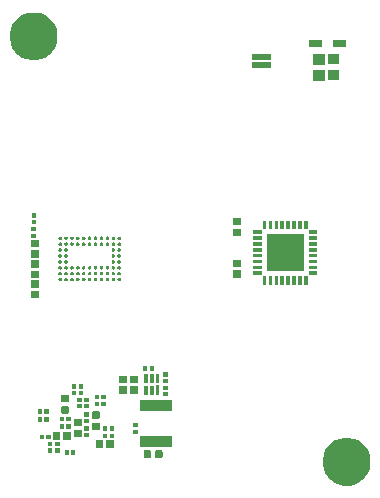
<source format=gbr>
G04 #@! TF.GenerationSoftware,KiCad,Pcbnew,(5.1.0)-1*
G04 #@! TF.CreationDate,2019-05-03T21:31:27-07:00*
G04 #@! TF.ProjectId,Miniscope-v4-PCB-fab-assembly_2,4d696e69-7363-46f7-9065-2d76342d5043,rev?*
G04 #@! TF.SameCoordinates,PX4b8e5e4PY51f011c*
G04 #@! TF.FileFunction,Soldermask,Bot*
G04 #@! TF.FilePolarity,Negative*
%FSLAX46Y46*%
G04 Gerber Fmt 4.6, Leading zero omitted, Abs format (unit mm)*
G04 Created by KiCad (PCBNEW (5.1.0)-1) date 2019-05-03 21:31:27*
%MOMM*%
%LPD*%
G04 APERTURE LIST*
%ADD10C,0.100000*%
G04 APERTURE END LIST*
D10*
G36*
X31590788Y-38552435D02*
G01*
X31959387Y-38705113D01*
X32291119Y-38926770D01*
X32573230Y-39208881D01*
X32794887Y-39540613D01*
X32947565Y-39909212D01*
X33025400Y-40300515D01*
X33025400Y-40699485D01*
X32947565Y-41090788D01*
X32794887Y-41459387D01*
X32573230Y-41791119D01*
X32291119Y-42073230D01*
X31959387Y-42294887D01*
X31590788Y-42447565D01*
X31199485Y-42525400D01*
X30800515Y-42525400D01*
X30409212Y-42447565D01*
X30040613Y-42294887D01*
X29708881Y-42073230D01*
X29426770Y-41791119D01*
X29205113Y-41459387D01*
X29052435Y-41090788D01*
X28974600Y-40699485D01*
X28974600Y-40300515D01*
X29052435Y-39909212D01*
X29205113Y-39540613D01*
X29426770Y-39208881D01*
X29708881Y-38926770D01*
X30040613Y-38705113D01*
X30409212Y-38552435D01*
X30800515Y-38474600D01*
X31199485Y-38474600D01*
X31590788Y-38552435D01*
X31590788Y-38552435D01*
G37*
G36*
X15309850Y-39529571D02*
G01*
X15335088Y-39537227D01*
X15358355Y-39549663D01*
X15378744Y-39566396D01*
X15395477Y-39586785D01*
X15407913Y-39610052D01*
X15415569Y-39635290D01*
X15418400Y-39664031D01*
X15418400Y-40080249D01*
X15415569Y-40108990D01*
X15407913Y-40134228D01*
X15395477Y-40157495D01*
X15378744Y-40177884D01*
X15358355Y-40194617D01*
X15335088Y-40207053D01*
X15309850Y-40214709D01*
X15281109Y-40217540D01*
X14914891Y-40217540D01*
X14886150Y-40214709D01*
X14860912Y-40207053D01*
X14837645Y-40194617D01*
X14817256Y-40177884D01*
X14800523Y-40157495D01*
X14788087Y-40134228D01*
X14780431Y-40108990D01*
X14777600Y-40080249D01*
X14777600Y-39664031D01*
X14780431Y-39635290D01*
X14788087Y-39610052D01*
X14800523Y-39586785D01*
X14817256Y-39566396D01*
X14837645Y-39549663D01*
X14860912Y-39537227D01*
X14886150Y-39529571D01*
X14914891Y-39526740D01*
X15281109Y-39526740D01*
X15309850Y-39529571D01*
X15309850Y-39529571D01*
G37*
G36*
X14339850Y-39529571D02*
G01*
X14365088Y-39537227D01*
X14388355Y-39549663D01*
X14408744Y-39566396D01*
X14425477Y-39586785D01*
X14437913Y-39610052D01*
X14445569Y-39635290D01*
X14448400Y-39664031D01*
X14448400Y-40080249D01*
X14445569Y-40108990D01*
X14437913Y-40134228D01*
X14425477Y-40157495D01*
X14408744Y-40177884D01*
X14388355Y-40194617D01*
X14365088Y-40207053D01*
X14339850Y-40214709D01*
X14311109Y-40217540D01*
X13944891Y-40217540D01*
X13916150Y-40214709D01*
X13890912Y-40207053D01*
X13867645Y-40194617D01*
X13847256Y-40177884D01*
X13830523Y-40157495D01*
X13818087Y-40134228D01*
X13810431Y-40108990D01*
X13807600Y-40080249D01*
X13807600Y-39664031D01*
X13810431Y-39635290D01*
X13818087Y-39610052D01*
X13830523Y-39586785D01*
X13847256Y-39566396D01*
X13867645Y-39549663D01*
X13890912Y-39537227D01*
X13916150Y-39529571D01*
X13944891Y-39526740D01*
X14311109Y-39526740D01*
X14339850Y-39529571D01*
X14339850Y-39529571D01*
G37*
G36*
X7495160Y-39904980D02*
G01*
X7134360Y-39904980D01*
X7134360Y-39514180D01*
X7495160Y-39514180D01*
X7495160Y-39904980D01*
X7495160Y-39904980D01*
G37*
G36*
X8045160Y-39904980D02*
G01*
X7684360Y-39904980D01*
X7684360Y-39514180D01*
X8045160Y-39514180D01*
X8045160Y-39904980D01*
X8045160Y-39904980D01*
G37*
G36*
X6080820Y-39743340D02*
G01*
X5690020Y-39743340D01*
X5690020Y-39382540D01*
X6080820Y-39382540D01*
X6080820Y-39743340D01*
X6080820Y-39743340D01*
G37*
G36*
X6708200Y-39743340D02*
G01*
X6317400Y-39743340D01*
X6317400Y-39382540D01*
X6708200Y-39382540D01*
X6708200Y-39743340D01*
X6708200Y-39743340D01*
G37*
G36*
X10411140Y-39366720D02*
G01*
X9780340Y-39366720D01*
X9780340Y-38685920D01*
X10411140Y-38685920D01*
X10411140Y-39366720D01*
X10411140Y-39366720D01*
G37*
G36*
X11301140Y-39366720D02*
G01*
X10670340Y-39366720D01*
X10670340Y-38685920D01*
X11301140Y-38685920D01*
X11301140Y-39366720D01*
X11301140Y-39366720D01*
G37*
G36*
X16212420Y-39267740D02*
G01*
X13541620Y-39267740D01*
X13541620Y-38346940D01*
X16212420Y-38346940D01*
X16212420Y-39267740D01*
X16212420Y-39267740D01*
G37*
G36*
X6708200Y-39193340D02*
G01*
X6317400Y-39193340D01*
X6317400Y-38832540D01*
X6708200Y-38832540D01*
X6708200Y-39193340D01*
X6708200Y-39193340D01*
G37*
G36*
X6080820Y-39193340D02*
G01*
X5690020Y-39193340D01*
X5690020Y-38832540D01*
X6080820Y-38832540D01*
X6080820Y-39193340D01*
X6080820Y-39193340D01*
G37*
G36*
X7661820Y-38637740D02*
G01*
X7031020Y-38637740D01*
X7031020Y-37956940D01*
X7661820Y-37956940D01*
X7661820Y-38637740D01*
X7661820Y-38637740D01*
G37*
G36*
X6771820Y-38637740D02*
G01*
X6141020Y-38637740D01*
X6141020Y-37956940D01*
X6771820Y-37956940D01*
X6771820Y-38637740D01*
X6771820Y-38637740D01*
G37*
G36*
X5934420Y-38619740D02*
G01*
X5573620Y-38619740D01*
X5573620Y-38228940D01*
X5934420Y-38228940D01*
X5934420Y-38619740D01*
X5934420Y-38619740D01*
G37*
G36*
X5384420Y-38619740D02*
G01*
X5023620Y-38619740D01*
X5023620Y-38228940D01*
X5384420Y-38228940D01*
X5384420Y-38619740D01*
X5384420Y-38619740D01*
G37*
G36*
X10743820Y-38518140D02*
G01*
X10383020Y-38518140D01*
X10383020Y-38127340D01*
X10743820Y-38127340D01*
X10743820Y-38518140D01*
X10743820Y-38518140D01*
G37*
G36*
X11293820Y-38518140D02*
G01*
X10933020Y-38518140D01*
X10933020Y-38127340D01*
X11293820Y-38127340D01*
X11293820Y-38518140D01*
X11293820Y-38518140D01*
G37*
G36*
X9189780Y-38427620D02*
G01*
X8798980Y-38427620D01*
X8798980Y-38066820D01*
X9189780Y-38066820D01*
X9189780Y-38427620D01*
X9189780Y-38427620D01*
G37*
G36*
X8580400Y-38414620D02*
G01*
X7899600Y-38414620D01*
X7899600Y-37783820D01*
X8580400Y-37783820D01*
X8580400Y-38414620D01*
X8580400Y-38414620D01*
G37*
G36*
X13312200Y-38145000D02*
G01*
X12921400Y-38145000D01*
X12921400Y-37784200D01*
X13312200Y-37784200D01*
X13312200Y-38145000D01*
X13312200Y-38145000D01*
G37*
G36*
X11293820Y-37908540D02*
G01*
X10933020Y-37908540D01*
X10933020Y-37517740D01*
X11293820Y-37517740D01*
X11293820Y-37908540D01*
X11293820Y-37908540D01*
G37*
G36*
X10743820Y-37908540D02*
G01*
X10383020Y-37908540D01*
X10383020Y-37517740D01*
X10743820Y-37517740D01*
X10743820Y-37908540D01*
X10743820Y-37908540D01*
G37*
G36*
X9189780Y-37877620D02*
G01*
X8798980Y-37877620D01*
X8798980Y-37516820D01*
X9189780Y-37516820D01*
X9189780Y-37877620D01*
X9189780Y-37877620D01*
G37*
G36*
X10008470Y-37210011D02*
G01*
X10033708Y-37217667D01*
X10056975Y-37230103D01*
X10077364Y-37246836D01*
X10094097Y-37267225D01*
X10106533Y-37290492D01*
X10114189Y-37315730D01*
X10117020Y-37344471D01*
X10117020Y-37710689D01*
X10114189Y-37739430D01*
X10106533Y-37764668D01*
X10094097Y-37787935D01*
X10077364Y-37808324D01*
X10056975Y-37825057D01*
X10033708Y-37837493D01*
X10008470Y-37845149D01*
X9979729Y-37847980D01*
X9563511Y-37847980D01*
X9534770Y-37845149D01*
X9509532Y-37837493D01*
X9486265Y-37825057D01*
X9465876Y-37808324D01*
X9449143Y-37787935D01*
X9436707Y-37764668D01*
X9429051Y-37739430D01*
X9426220Y-37710689D01*
X9426220Y-37344471D01*
X9429051Y-37315730D01*
X9436707Y-37290492D01*
X9449143Y-37267225D01*
X9465876Y-37246836D01*
X9486265Y-37230103D01*
X9509532Y-37217667D01*
X9534770Y-37210011D01*
X9563511Y-37207180D01*
X9979729Y-37207180D01*
X10008470Y-37210011D01*
X10008470Y-37210011D01*
G37*
G36*
X7086220Y-37705340D02*
G01*
X6725420Y-37705340D01*
X6725420Y-37314540D01*
X7086220Y-37314540D01*
X7086220Y-37705340D01*
X7086220Y-37705340D01*
G37*
G36*
X7636220Y-37705340D02*
G01*
X7275420Y-37705340D01*
X7275420Y-37314540D01*
X7636220Y-37314540D01*
X7636220Y-37705340D01*
X7636220Y-37705340D01*
G37*
G36*
X13312200Y-37595000D02*
G01*
X12921400Y-37595000D01*
X12921400Y-37234200D01*
X13312200Y-37234200D01*
X13312200Y-37595000D01*
X13312200Y-37595000D01*
G37*
G36*
X8580400Y-37524620D02*
G01*
X7899600Y-37524620D01*
X7899600Y-36893820D01*
X8580400Y-36893820D01*
X8580400Y-37524620D01*
X8580400Y-37524620D01*
G37*
G36*
X9179620Y-37243980D02*
G01*
X8788820Y-37243980D01*
X8788820Y-36883180D01*
X9179620Y-36883180D01*
X9179620Y-37243980D01*
X9179620Y-37243980D01*
G37*
G36*
X5219320Y-37141460D02*
G01*
X4858520Y-37141460D01*
X4858520Y-36750660D01*
X5219320Y-36750660D01*
X5219320Y-37141460D01*
X5219320Y-37141460D01*
G37*
G36*
X5769320Y-37141460D02*
G01*
X5408520Y-37141460D01*
X5408520Y-36750660D01*
X5769320Y-36750660D01*
X5769320Y-37141460D01*
X5769320Y-37141460D01*
G37*
G36*
X7636220Y-37095740D02*
G01*
X7275420Y-37095740D01*
X7275420Y-36704940D01*
X7636220Y-36704940D01*
X7636220Y-37095740D01*
X7636220Y-37095740D01*
G37*
G36*
X7086220Y-37095740D02*
G01*
X6725420Y-37095740D01*
X6725420Y-36704940D01*
X7086220Y-36704940D01*
X7086220Y-37095740D01*
X7086220Y-37095740D01*
G37*
G36*
X10008470Y-36240011D02*
G01*
X10033708Y-36247667D01*
X10056975Y-36260103D01*
X10077364Y-36276836D01*
X10094097Y-36297225D01*
X10106533Y-36320492D01*
X10114189Y-36345730D01*
X10117020Y-36374471D01*
X10117020Y-36740689D01*
X10114189Y-36769430D01*
X10106533Y-36794668D01*
X10094097Y-36817935D01*
X10077364Y-36838324D01*
X10056975Y-36855057D01*
X10033708Y-36867493D01*
X10008470Y-36875149D01*
X9979729Y-36877980D01*
X9563511Y-36877980D01*
X9534770Y-36875149D01*
X9509532Y-36867493D01*
X9486265Y-36855057D01*
X9465876Y-36838324D01*
X9449143Y-36817935D01*
X9436707Y-36794668D01*
X9429051Y-36769430D01*
X9426220Y-36740689D01*
X9426220Y-36374471D01*
X9429051Y-36345730D01*
X9436707Y-36320492D01*
X9449143Y-36297225D01*
X9465876Y-36276836D01*
X9486265Y-36260103D01*
X9509532Y-36247667D01*
X9534770Y-36240011D01*
X9563511Y-36237180D01*
X9979729Y-36237180D01*
X10008470Y-36240011D01*
X10008470Y-36240011D01*
G37*
G36*
X9179620Y-36693980D02*
G01*
X8788820Y-36693980D01*
X8788820Y-36333180D01*
X9179620Y-36333180D01*
X9179620Y-36693980D01*
X9179620Y-36693980D01*
G37*
G36*
X5223720Y-36458200D02*
G01*
X4862920Y-36458200D01*
X4862920Y-36067400D01*
X5223720Y-36067400D01*
X5223720Y-36458200D01*
X5223720Y-36458200D01*
G37*
G36*
X5773720Y-36458200D02*
G01*
X5412920Y-36458200D01*
X5412920Y-36067400D01*
X5773720Y-36067400D01*
X5773720Y-36458200D01*
X5773720Y-36458200D01*
G37*
G36*
X7392270Y-35797771D02*
G01*
X7417508Y-35805427D01*
X7440775Y-35817863D01*
X7461164Y-35834596D01*
X7477897Y-35854985D01*
X7490333Y-35878252D01*
X7497989Y-35903490D01*
X7500820Y-35932231D01*
X7500820Y-36298449D01*
X7497989Y-36327190D01*
X7490333Y-36352428D01*
X7477897Y-36375695D01*
X7461164Y-36396084D01*
X7440775Y-36412817D01*
X7417508Y-36425253D01*
X7392270Y-36432909D01*
X7363529Y-36435740D01*
X6947311Y-36435740D01*
X6918570Y-36432909D01*
X6893332Y-36425253D01*
X6870065Y-36412817D01*
X6849676Y-36396084D01*
X6832943Y-36375695D01*
X6820507Y-36352428D01*
X6812851Y-36327190D01*
X6810020Y-36298449D01*
X6810020Y-35932231D01*
X6812851Y-35903490D01*
X6820507Y-35878252D01*
X6832943Y-35854985D01*
X6849676Y-35834596D01*
X6870065Y-35817863D01*
X6893332Y-35805427D01*
X6918570Y-35797771D01*
X6947311Y-35794940D01*
X7363529Y-35794940D01*
X7392270Y-35797771D01*
X7392270Y-35797771D01*
G37*
G36*
X16212420Y-36217740D02*
G01*
X13541620Y-36217740D01*
X13541620Y-35296940D01*
X16212420Y-35296940D01*
X16212420Y-36217740D01*
X16212420Y-36217740D01*
G37*
G36*
X8577640Y-35994300D02*
G01*
X8186840Y-35994300D01*
X8186840Y-35633500D01*
X8577640Y-35633500D01*
X8577640Y-35994300D01*
X8577640Y-35994300D01*
G37*
G36*
X9179620Y-35987360D02*
G01*
X8788820Y-35987360D01*
X8788820Y-35626560D01*
X9179620Y-35626560D01*
X9179620Y-35987360D01*
X9179620Y-35987360D01*
G37*
G36*
X10610560Y-35830820D02*
G01*
X10249760Y-35830820D01*
X10249760Y-35440020D01*
X10610560Y-35440020D01*
X10610560Y-35830820D01*
X10610560Y-35830820D01*
G37*
G36*
X10060560Y-35830820D02*
G01*
X9699760Y-35830820D01*
X9699760Y-35440020D01*
X10060560Y-35440020D01*
X10060560Y-35830820D01*
X10060560Y-35830820D01*
G37*
G36*
X7392270Y-34827771D02*
G01*
X7417508Y-34835427D01*
X7440775Y-34847863D01*
X7461164Y-34864596D01*
X7477897Y-34884985D01*
X7490333Y-34908252D01*
X7497989Y-34933490D01*
X7500820Y-34962231D01*
X7500820Y-35328449D01*
X7497989Y-35357190D01*
X7490333Y-35382428D01*
X7477897Y-35405695D01*
X7461164Y-35426084D01*
X7440775Y-35442817D01*
X7417508Y-35455253D01*
X7392270Y-35462909D01*
X7363529Y-35465740D01*
X6947311Y-35465740D01*
X6918570Y-35462909D01*
X6893332Y-35455253D01*
X6870065Y-35442817D01*
X6849676Y-35426084D01*
X6832943Y-35405695D01*
X6820507Y-35382428D01*
X6812851Y-35357190D01*
X6810020Y-35328449D01*
X6810020Y-34962231D01*
X6812851Y-34933490D01*
X6820507Y-34908252D01*
X6832943Y-34884985D01*
X6849676Y-34864596D01*
X6870065Y-34847863D01*
X6893332Y-34835427D01*
X6918570Y-34827771D01*
X6947311Y-34824940D01*
X7363529Y-34824940D01*
X7392270Y-34827771D01*
X7392270Y-34827771D01*
G37*
G36*
X8577640Y-35444300D02*
G01*
X8186840Y-35444300D01*
X8186840Y-35083500D01*
X8577640Y-35083500D01*
X8577640Y-35444300D01*
X8577640Y-35444300D01*
G37*
G36*
X9179620Y-35437360D02*
G01*
X8788820Y-35437360D01*
X8788820Y-35076560D01*
X9179620Y-35076560D01*
X9179620Y-35437360D01*
X9179620Y-35437360D01*
G37*
G36*
X10610560Y-35211060D02*
G01*
X10249760Y-35211060D01*
X10249760Y-34820260D01*
X10610560Y-34820260D01*
X10610560Y-35211060D01*
X10610560Y-35211060D01*
G37*
G36*
X10060560Y-35211060D02*
G01*
X9699760Y-35211060D01*
X9699760Y-34820260D01*
X10060560Y-34820260D01*
X10060560Y-35211060D01*
X10060560Y-35211060D01*
G37*
G36*
X15885220Y-34968140D02*
G01*
X15494420Y-34968140D01*
X15494420Y-34607340D01*
X15885220Y-34607340D01*
X15885220Y-34968140D01*
X15885220Y-34968140D01*
G37*
G36*
X14156800Y-34898800D02*
G01*
X13836000Y-34898800D01*
X13836000Y-34108000D01*
X14156800Y-34108000D01*
X14156800Y-34898800D01*
X14156800Y-34898800D01*
G37*
G36*
X14656800Y-34898800D02*
G01*
X14336000Y-34898800D01*
X14336000Y-34108000D01*
X14656800Y-34108000D01*
X14656800Y-34898800D01*
X14656800Y-34898800D01*
G37*
G36*
X15156800Y-34898800D02*
G01*
X14836000Y-34898800D01*
X14836000Y-34028000D01*
X15156800Y-34028000D01*
X15156800Y-34898800D01*
X15156800Y-34898800D01*
G37*
G36*
X8112820Y-34866540D02*
G01*
X7722020Y-34866540D01*
X7722020Y-34505740D01*
X8112820Y-34505740D01*
X8112820Y-34866540D01*
X8112820Y-34866540D01*
G37*
G36*
X8714800Y-34864000D02*
G01*
X8324000Y-34864000D01*
X8324000Y-34503200D01*
X8714800Y-34503200D01*
X8714800Y-34864000D01*
X8714800Y-34864000D01*
G37*
G36*
X13363220Y-34739740D02*
G01*
X12682420Y-34739740D01*
X12682420Y-34108940D01*
X13363220Y-34108940D01*
X13363220Y-34739740D01*
X13363220Y-34739740D01*
G37*
G36*
X12398020Y-34739740D02*
G01*
X11717220Y-34739740D01*
X11717220Y-34108940D01*
X12398020Y-34108940D01*
X12398020Y-34739740D01*
X12398020Y-34739740D01*
G37*
G36*
X15885220Y-34418140D02*
G01*
X15494420Y-34418140D01*
X15494420Y-34057340D01*
X15885220Y-34057340D01*
X15885220Y-34418140D01*
X15885220Y-34418140D01*
G37*
G36*
X8112820Y-34316540D02*
G01*
X7722020Y-34316540D01*
X7722020Y-33955740D01*
X8112820Y-33955740D01*
X8112820Y-34316540D01*
X8112820Y-34316540D01*
G37*
G36*
X8714800Y-34314000D02*
G01*
X8324000Y-34314000D01*
X8324000Y-33953200D01*
X8714800Y-33953200D01*
X8714800Y-34314000D01*
X8714800Y-34314000D01*
G37*
G36*
X13363220Y-33849740D02*
G01*
X12682420Y-33849740D01*
X12682420Y-33218940D01*
X13363220Y-33218940D01*
X13363220Y-33849740D01*
X13363220Y-33849740D01*
G37*
G36*
X12398020Y-33849740D02*
G01*
X11717220Y-33849740D01*
X11717220Y-33218940D01*
X12398020Y-33218940D01*
X12398020Y-33849740D01*
X12398020Y-33849740D01*
G37*
G36*
X15885220Y-33843600D02*
G01*
X15494420Y-33843600D01*
X15494420Y-33482800D01*
X15885220Y-33482800D01*
X15885220Y-33843600D01*
X15885220Y-33843600D01*
G37*
G36*
X14656800Y-33838800D02*
G01*
X14336000Y-33838800D01*
X14336000Y-33048000D01*
X14656800Y-33048000D01*
X14656800Y-33838800D01*
X14656800Y-33838800D01*
G37*
G36*
X15156800Y-33838800D02*
G01*
X14836000Y-33838800D01*
X14836000Y-33048000D01*
X15156800Y-33048000D01*
X15156800Y-33838800D01*
X15156800Y-33838800D01*
G37*
G36*
X14156800Y-33838800D02*
G01*
X13836000Y-33838800D01*
X13836000Y-33048000D01*
X14156800Y-33048000D01*
X14156800Y-33838800D01*
X14156800Y-33838800D01*
G37*
G36*
X15885220Y-33293600D02*
G01*
X15494420Y-33293600D01*
X15494420Y-32932800D01*
X15885220Y-32932800D01*
X15885220Y-33293600D01*
X15885220Y-33293600D01*
G37*
G36*
X14685400Y-32828540D02*
G01*
X14324600Y-32828540D01*
X14324600Y-32437740D01*
X14685400Y-32437740D01*
X14685400Y-32828540D01*
X14685400Y-32828540D01*
G37*
G36*
X14135400Y-32828540D02*
G01*
X13774600Y-32828540D01*
X13774600Y-32437740D01*
X14135400Y-32437740D01*
X14135400Y-32828540D01*
X14135400Y-32828540D01*
G37*
G36*
X5000800Y-26685600D02*
G01*
X4320000Y-26685600D01*
X4320000Y-26054800D01*
X5000800Y-26054800D01*
X5000800Y-26685600D01*
X5000800Y-26685600D01*
G37*
G36*
X5000800Y-25795600D02*
G01*
X4320000Y-25795600D01*
X4320000Y-25164800D01*
X5000800Y-25164800D01*
X5000800Y-25795600D01*
X5000800Y-25795600D01*
G37*
G36*
X25216180Y-25507460D02*
G01*
X24905380Y-25507460D01*
X24905380Y-24776660D01*
X25216180Y-24776660D01*
X25216180Y-25507460D01*
X25216180Y-25507460D01*
G37*
G36*
X24716180Y-25507460D02*
G01*
X24405380Y-25507460D01*
X24405380Y-24776660D01*
X24716180Y-24776660D01*
X24716180Y-25507460D01*
X24716180Y-25507460D01*
G37*
G36*
X24216180Y-25507460D02*
G01*
X23905380Y-25507460D01*
X23905380Y-24776660D01*
X24216180Y-24776660D01*
X24216180Y-25507460D01*
X24216180Y-25507460D01*
G37*
G36*
X27716180Y-25507460D02*
G01*
X27405380Y-25507460D01*
X27405380Y-24776660D01*
X27716180Y-24776660D01*
X27716180Y-25507460D01*
X27716180Y-25507460D01*
G37*
G36*
X27216180Y-25507460D02*
G01*
X26905380Y-25507460D01*
X26905380Y-24776660D01*
X27216180Y-24776660D01*
X27216180Y-25507460D01*
X27216180Y-25507460D01*
G37*
G36*
X26716180Y-25507460D02*
G01*
X26405380Y-25507460D01*
X26405380Y-24776660D01*
X26716180Y-24776660D01*
X26716180Y-25507460D01*
X26716180Y-25507460D01*
G37*
G36*
X25716180Y-25507460D02*
G01*
X25405380Y-25507460D01*
X25405380Y-24776660D01*
X25716180Y-24776660D01*
X25716180Y-25507460D01*
X25716180Y-25507460D01*
G37*
G36*
X26216180Y-25507460D02*
G01*
X25905380Y-25507460D01*
X25905380Y-24776660D01*
X26216180Y-24776660D01*
X26216180Y-25507460D01*
X26216180Y-25507460D01*
G37*
G36*
X10293870Y-24943780D02*
G01*
X10321241Y-24955117D01*
X10345875Y-24971576D01*
X10366824Y-24992525D01*
X10383283Y-25017159D01*
X10394620Y-25044530D01*
X10400400Y-25073587D01*
X10400400Y-25103213D01*
X10394620Y-25132270D01*
X10383283Y-25159641D01*
X10366824Y-25184275D01*
X10345875Y-25205224D01*
X10321241Y-25221683D01*
X10293870Y-25233020D01*
X10264813Y-25238800D01*
X10235187Y-25238800D01*
X10206130Y-25233020D01*
X10178759Y-25221683D01*
X10154125Y-25205224D01*
X10133176Y-25184275D01*
X10116717Y-25159641D01*
X10105380Y-25132270D01*
X10099600Y-25103213D01*
X10099600Y-25073587D01*
X10105380Y-25044530D01*
X10116717Y-25017159D01*
X10133176Y-24992525D01*
X10154125Y-24971576D01*
X10178759Y-24955117D01*
X10206130Y-24943780D01*
X10235187Y-24938000D01*
X10264813Y-24938000D01*
X10293870Y-24943780D01*
X10293870Y-24943780D01*
G37*
G36*
X11793870Y-24943780D02*
G01*
X11821241Y-24955117D01*
X11845875Y-24971576D01*
X11866824Y-24992525D01*
X11883283Y-25017159D01*
X11894620Y-25044530D01*
X11900400Y-25073587D01*
X11900400Y-25103213D01*
X11894620Y-25132270D01*
X11883283Y-25159641D01*
X11866824Y-25184275D01*
X11845875Y-25205224D01*
X11821241Y-25221683D01*
X11793870Y-25233020D01*
X11764813Y-25238800D01*
X11735187Y-25238800D01*
X11706130Y-25233020D01*
X11678759Y-25221683D01*
X11654125Y-25205224D01*
X11633176Y-25184275D01*
X11616717Y-25159641D01*
X11605380Y-25132270D01*
X11599600Y-25103213D01*
X11599600Y-25073587D01*
X11605380Y-25044530D01*
X11616717Y-25017159D01*
X11633176Y-24992525D01*
X11654125Y-24971576D01*
X11678759Y-24955117D01*
X11706130Y-24943780D01*
X11735187Y-24938000D01*
X11764813Y-24938000D01*
X11793870Y-24943780D01*
X11793870Y-24943780D01*
G37*
G36*
X11293870Y-24943780D02*
G01*
X11321241Y-24955117D01*
X11345875Y-24971576D01*
X11366824Y-24992525D01*
X11383283Y-25017159D01*
X11394620Y-25044530D01*
X11400400Y-25073587D01*
X11400400Y-25103213D01*
X11394620Y-25132270D01*
X11383283Y-25159641D01*
X11366824Y-25184275D01*
X11345875Y-25205224D01*
X11321241Y-25221683D01*
X11293870Y-25233020D01*
X11264813Y-25238800D01*
X11235187Y-25238800D01*
X11206130Y-25233020D01*
X11178759Y-25221683D01*
X11154125Y-25205224D01*
X11133176Y-25184275D01*
X11116717Y-25159641D01*
X11105380Y-25132270D01*
X11099600Y-25103213D01*
X11099600Y-25073587D01*
X11105380Y-25044530D01*
X11116717Y-25017159D01*
X11133176Y-24992525D01*
X11154125Y-24971576D01*
X11178759Y-24955117D01*
X11206130Y-24943780D01*
X11235187Y-24938000D01*
X11264813Y-24938000D01*
X11293870Y-24943780D01*
X11293870Y-24943780D01*
G37*
G36*
X10793870Y-24943780D02*
G01*
X10821241Y-24955117D01*
X10845875Y-24971576D01*
X10866824Y-24992525D01*
X10883283Y-25017159D01*
X10894620Y-25044530D01*
X10900400Y-25073587D01*
X10900400Y-25103213D01*
X10894620Y-25132270D01*
X10883283Y-25159641D01*
X10866824Y-25184275D01*
X10845875Y-25205224D01*
X10821241Y-25221683D01*
X10793870Y-25233020D01*
X10764813Y-25238800D01*
X10735187Y-25238800D01*
X10706130Y-25233020D01*
X10678759Y-25221683D01*
X10654125Y-25205224D01*
X10633176Y-25184275D01*
X10616717Y-25159641D01*
X10605380Y-25132270D01*
X10599600Y-25103213D01*
X10599600Y-25073587D01*
X10605380Y-25044530D01*
X10616717Y-25017159D01*
X10633176Y-24992525D01*
X10654125Y-24971576D01*
X10678759Y-24955117D01*
X10706130Y-24943780D01*
X10735187Y-24938000D01*
X10764813Y-24938000D01*
X10793870Y-24943780D01*
X10793870Y-24943780D01*
G37*
G36*
X9793870Y-24943780D02*
G01*
X9821241Y-24955117D01*
X9845875Y-24971576D01*
X9866824Y-24992525D01*
X9883283Y-25017159D01*
X9894620Y-25044530D01*
X9900400Y-25073587D01*
X9900400Y-25103213D01*
X9894620Y-25132270D01*
X9883283Y-25159641D01*
X9866824Y-25184275D01*
X9845875Y-25205224D01*
X9821241Y-25221683D01*
X9793870Y-25233020D01*
X9764813Y-25238800D01*
X9735187Y-25238800D01*
X9706130Y-25233020D01*
X9678759Y-25221683D01*
X9654125Y-25205224D01*
X9633176Y-25184275D01*
X9616717Y-25159641D01*
X9605380Y-25132270D01*
X9599600Y-25103213D01*
X9599600Y-25073587D01*
X9605380Y-25044530D01*
X9616717Y-25017159D01*
X9633176Y-24992525D01*
X9654125Y-24971576D01*
X9678759Y-24955117D01*
X9706130Y-24943780D01*
X9735187Y-24938000D01*
X9764813Y-24938000D01*
X9793870Y-24943780D01*
X9793870Y-24943780D01*
G37*
G36*
X9293870Y-24943780D02*
G01*
X9321241Y-24955117D01*
X9345875Y-24971576D01*
X9366824Y-24992525D01*
X9383283Y-25017159D01*
X9394620Y-25044530D01*
X9400400Y-25073587D01*
X9400400Y-25103213D01*
X9394620Y-25132270D01*
X9383283Y-25159641D01*
X9366824Y-25184275D01*
X9345875Y-25205224D01*
X9321241Y-25221683D01*
X9293870Y-25233020D01*
X9264813Y-25238800D01*
X9235187Y-25238800D01*
X9206130Y-25233020D01*
X9178759Y-25221683D01*
X9154125Y-25205224D01*
X9133176Y-25184275D01*
X9116717Y-25159641D01*
X9105380Y-25132270D01*
X9099600Y-25103213D01*
X9099600Y-25073587D01*
X9105380Y-25044530D01*
X9116717Y-25017159D01*
X9133176Y-24992525D01*
X9154125Y-24971576D01*
X9178759Y-24955117D01*
X9206130Y-24943780D01*
X9235187Y-24938000D01*
X9264813Y-24938000D01*
X9293870Y-24943780D01*
X9293870Y-24943780D01*
G37*
G36*
X8293870Y-24943780D02*
G01*
X8321241Y-24955117D01*
X8345875Y-24971576D01*
X8366824Y-24992525D01*
X8383283Y-25017159D01*
X8394620Y-25044530D01*
X8400400Y-25073587D01*
X8400400Y-25103213D01*
X8394620Y-25132270D01*
X8383283Y-25159641D01*
X8366824Y-25184275D01*
X8345875Y-25205224D01*
X8321241Y-25221683D01*
X8293870Y-25233020D01*
X8264813Y-25238800D01*
X8235187Y-25238800D01*
X8206130Y-25233020D01*
X8178759Y-25221683D01*
X8154125Y-25205224D01*
X8133176Y-25184275D01*
X8116717Y-25159641D01*
X8105380Y-25132270D01*
X8099600Y-25103213D01*
X8099600Y-25073587D01*
X8105380Y-25044530D01*
X8116717Y-25017159D01*
X8133176Y-24992525D01*
X8154125Y-24971576D01*
X8178759Y-24955117D01*
X8206130Y-24943780D01*
X8235187Y-24938000D01*
X8264813Y-24938000D01*
X8293870Y-24943780D01*
X8293870Y-24943780D01*
G37*
G36*
X7793870Y-24943780D02*
G01*
X7821241Y-24955117D01*
X7845875Y-24971576D01*
X7866824Y-24992525D01*
X7883283Y-25017159D01*
X7894620Y-25044530D01*
X7900400Y-25073587D01*
X7900400Y-25103213D01*
X7894620Y-25132270D01*
X7883283Y-25159641D01*
X7866824Y-25184275D01*
X7845875Y-25205224D01*
X7821241Y-25221683D01*
X7793870Y-25233020D01*
X7764813Y-25238800D01*
X7735187Y-25238800D01*
X7706130Y-25233020D01*
X7678759Y-25221683D01*
X7654125Y-25205224D01*
X7633176Y-25184275D01*
X7616717Y-25159641D01*
X7605380Y-25132270D01*
X7599600Y-25103213D01*
X7599600Y-25073587D01*
X7605380Y-25044530D01*
X7616717Y-25017159D01*
X7633176Y-24992525D01*
X7654125Y-24971576D01*
X7678759Y-24955117D01*
X7706130Y-24943780D01*
X7735187Y-24938000D01*
X7764813Y-24938000D01*
X7793870Y-24943780D01*
X7793870Y-24943780D01*
G37*
G36*
X7293870Y-24943780D02*
G01*
X7321241Y-24955117D01*
X7345875Y-24971576D01*
X7366824Y-24992525D01*
X7383283Y-25017159D01*
X7394620Y-25044530D01*
X7400400Y-25073587D01*
X7400400Y-25103213D01*
X7394620Y-25132270D01*
X7383283Y-25159641D01*
X7366824Y-25184275D01*
X7345875Y-25205224D01*
X7321241Y-25221683D01*
X7293870Y-25233020D01*
X7264813Y-25238800D01*
X7235187Y-25238800D01*
X7206130Y-25233020D01*
X7178759Y-25221683D01*
X7154125Y-25205224D01*
X7133176Y-25184275D01*
X7116717Y-25159641D01*
X7105380Y-25132270D01*
X7099600Y-25103213D01*
X7099600Y-25073587D01*
X7105380Y-25044530D01*
X7116717Y-25017159D01*
X7133176Y-24992525D01*
X7154125Y-24971576D01*
X7178759Y-24955117D01*
X7206130Y-24943780D01*
X7235187Y-24938000D01*
X7264813Y-24938000D01*
X7293870Y-24943780D01*
X7293870Y-24943780D01*
G37*
G36*
X6793870Y-24943780D02*
G01*
X6821241Y-24955117D01*
X6845875Y-24971576D01*
X6866824Y-24992525D01*
X6883283Y-25017159D01*
X6894620Y-25044530D01*
X6900400Y-25073587D01*
X6900400Y-25103213D01*
X6894620Y-25132270D01*
X6883283Y-25159641D01*
X6866824Y-25184275D01*
X6845875Y-25205224D01*
X6821241Y-25221683D01*
X6793870Y-25233020D01*
X6764813Y-25238800D01*
X6735187Y-25238800D01*
X6706130Y-25233020D01*
X6678759Y-25221683D01*
X6654125Y-25205224D01*
X6633176Y-25184275D01*
X6616717Y-25159641D01*
X6605380Y-25132270D01*
X6599600Y-25103213D01*
X6599600Y-25073587D01*
X6605380Y-25044530D01*
X6616717Y-25017159D01*
X6633176Y-24992525D01*
X6654125Y-24971576D01*
X6678759Y-24955117D01*
X6706130Y-24943780D01*
X6735187Y-24938000D01*
X6764813Y-24938000D01*
X6793870Y-24943780D01*
X6793870Y-24943780D01*
G37*
G36*
X8793870Y-24943780D02*
G01*
X8821241Y-24955117D01*
X8845875Y-24971576D01*
X8866824Y-24992525D01*
X8883283Y-25017159D01*
X8894620Y-25044530D01*
X8900400Y-25073587D01*
X8900400Y-25103213D01*
X8894620Y-25132270D01*
X8883283Y-25159641D01*
X8866824Y-25184275D01*
X8845875Y-25205224D01*
X8821241Y-25221683D01*
X8793870Y-25233020D01*
X8764813Y-25238800D01*
X8735187Y-25238800D01*
X8706130Y-25233020D01*
X8678759Y-25221683D01*
X8654125Y-25205224D01*
X8633176Y-25184275D01*
X8616717Y-25159641D01*
X8605380Y-25132270D01*
X8599600Y-25103213D01*
X8599600Y-25073587D01*
X8605380Y-25044530D01*
X8616717Y-25017159D01*
X8633176Y-24992525D01*
X8654125Y-24971576D01*
X8678759Y-24955117D01*
X8706130Y-24943780D01*
X8735187Y-24938000D01*
X8764813Y-24938000D01*
X8793870Y-24943780D01*
X8793870Y-24943780D01*
G37*
G36*
X5000800Y-24958400D02*
G01*
X4320000Y-24958400D01*
X4320000Y-24327600D01*
X5000800Y-24327600D01*
X5000800Y-24958400D01*
X5000800Y-24958400D01*
G37*
G36*
X22061780Y-24931460D02*
G01*
X21380980Y-24931460D01*
X21380980Y-24300660D01*
X22061780Y-24300660D01*
X22061780Y-24931460D01*
X22061780Y-24931460D01*
G37*
G36*
X8793870Y-24443780D02*
G01*
X8821241Y-24455117D01*
X8845875Y-24471576D01*
X8866824Y-24492525D01*
X8883283Y-24517159D01*
X8894620Y-24544530D01*
X8900400Y-24573587D01*
X8900400Y-24603213D01*
X8894620Y-24632270D01*
X8883283Y-24659641D01*
X8866824Y-24684275D01*
X8845875Y-24705224D01*
X8821241Y-24721683D01*
X8793870Y-24733020D01*
X8764813Y-24738800D01*
X8735187Y-24738800D01*
X8706130Y-24733020D01*
X8678759Y-24721683D01*
X8654125Y-24705224D01*
X8633176Y-24684275D01*
X8616717Y-24659641D01*
X8605380Y-24632270D01*
X8599600Y-24603213D01*
X8599600Y-24573587D01*
X8605380Y-24544530D01*
X8616717Y-24517159D01*
X8633176Y-24492525D01*
X8654125Y-24471576D01*
X8678759Y-24455117D01*
X8706130Y-24443780D01*
X8735187Y-24438000D01*
X8764813Y-24438000D01*
X8793870Y-24443780D01*
X8793870Y-24443780D01*
G37*
G36*
X8293870Y-24443780D02*
G01*
X8321241Y-24455117D01*
X8345875Y-24471576D01*
X8366824Y-24492525D01*
X8383283Y-24517159D01*
X8394620Y-24544530D01*
X8400400Y-24573587D01*
X8400400Y-24603213D01*
X8394620Y-24632270D01*
X8383283Y-24659641D01*
X8366824Y-24684275D01*
X8345875Y-24705224D01*
X8321241Y-24721683D01*
X8293870Y-24733020D01*
X8264813Y-24738800D01*
X8235187Y-24738800D01*
X8206130Y-24733020D01*
X8178759Y-24721683D01*
X8154125Y-24705224D01*
X8133176Y-24684275D01*
X8116717Y-24659641D01*
X8105380Y-24632270D01*
X8099600Y-24603213D01*
X8099600Y-24573587D01*
X8105380Y-24544530D01*
X8116717Y-24517159D01*
X8133176Y-24492525D01*
X8154125Y-24471576D01*
X8178759Y-24455117D01*
X8206130Y-24443780D01*
X8235187Y-24438000D01*
X8264813Y-24438000D01*
X8293870Y-24443780D01*
X8293870Y-24443780D01*
G37*
G36*
X7793870Y-24443780D02*
G01*
X7821241Y-24455117D01*
X7845875Y-24471576D01*
X7866824Y-24492525D01*
X7883283Y-24517159D01*
X7894620Y-24544530D01*
X7900400Y-24573587D01*
X7900400Y-24603213D01*
X7894620Y-24632270D01*
X7883283Y-24659641D01*
X7866824Y-24684275D01*
X7845875Y-24705224D01*
X7821241Y-24721683D01*
X7793870Y-24733020D01*
X7764813Y-24738800D01*
X7735187Y-24738800D01*
X7706130Y-24733020D01*
X7678759Y-24721683D01*
X7654125Y-24705224D01*
X7633176Y-24684275D01*
X7616717Y-24659641D01*
X7605380Y-24632270D01*
X7599600Y-24603213D01*
X7599600Y-24573587D01*
X7605380Y-24544530D01*
X7616717Y-24517159D01*
X7633176Y-24492525D01*
X7654125Y-24471576D01*
X7678759Y-24455117D01*
X7706130Y-24443780D01*
X7735187Y-24438000D01*
X7764813Y-24438000D01*
X7793870Y-24443780D01*
X7793870Y-24443780D01*
G37*
G36*
X7293870Y-24443780D02*
G01*
X7321241Y-24455117D01*
X7345875Y-24471576D01*
X7366824Y-24492525D01*
X7383283Y-24517159D01*
X7394620Y-24544530D01*
X7400400Y-24573587D01*
X7400400Y-24603213D01*
X7394620Y-24632270D01*
X7383283Y-24659641D01*
X7366824Y-24684275D01*
X7345875Y-24705224D01*
X7321241Y-24721683D01*
X7293870Y-24733020D01*
X7264813Y-24738800D01*
X7235187Y-24738800D01*
X7206130Y-24733020D01*
X7178759Y-24721683D01*
X7154125Y-24705224D01*
X7133176Y-24684275D01*
X7116717Y-24659641D01*
X7105380Y-24632270D01*
X7099600Y-24603213D01*
X7099600Y-24573587D01*
X7105380Y-24544530D01*
X7116717Y-24517159D01*
X7133176Y-24492525D01*
X7154125Y-24471576D01*
X7178759Y-24455117D01*
X7206130Y-24443780D01*
X7235187Y-24438000D01*
X7264813Y-24438000D01*
X7293870Y-24443780D01*
X7293870Y-24443780D01*
G37*
G36*
X9793870Y-24443780D02*
G01*
X9821241Y-24455117D01*
X9845875Y-24471576D01*
X9866824Y-24492525D01*
X9883283Y-24517159D01*
X9894620Y-24544530D01*
X9900400Y-24573587D01*
X9900400Y-24603213D01*
X9894620Y-24632270D01*
X9883283Y-24659641D01*
X9866824Y-24684275D01*
X9845875Y-24705224D01*
X9821241Y-24721683D01*
X9793870Y-24733020D01*
X9764813Y-24738800D01*
X9735187Y-24738800D01*
X9706130Y-24733020D01*
X9678759Y-24721683D01*
X9654125Y-24705224D01*
X9633176Y-24684275D01*
X9616717Y-24659641D01*
X9605380Y-24632270D01*
X9599600Y-24603213D01*
X9599600Y-24573587D01*
X9605380Y-24544530D01*
X9616717Y-24517159D01*
X9633176Y-24492525D01*
X9654125Y-24471576D01*
X9678759Y-24455117D01*
X9706130Y-24443780D01*
X9735187Y-24438000D01*
X9764813Y-24438000D01*
X9793870Y-24443780D01*
X9793870Y-24443780D01*
G37*
G36*
X6793870Y-24443780D02*
G01*
X6821241Y-24455117D01*
X6845875Y-24471576D01*
X6866824Y-24492525D01*
X6883283Y-24517159D01*
X6894620Y-24544530D01*
X6900400Y-24573587D01*
X6900400Y-24603213D01*
X6894620Y-24632270D01*
X6883283Y-24659641D01*
X6866824Y-24684275D01*
X6845875Y-24705224D01*
X6821241Y-24721683D01*
X6793870Y-24733020D01*
X6764813Y-24738800D01*
X6735187Y-24738800D01*
X6706130Y-24733020D01*
X6678759Y-24721683D01*
X6654125Y-24705224D01*
X6633176Y-24684275D01*
X6616717Y-24659641D01*
X6605380Y-24632270D01*
X6599600Y-24603213D01*
X6599600Y-24573587D01*
X6605380Y-24544530D01*
X6616717Y-24517159D01*
X6633176Y-24492525D01*
X6654125Y-24471576D01*
X6678759Y-24455117D01*
X6706130Y-24443780D01*
X6735187Y-24438000D01*
X6764813Y-24438000D01*
X6793870Y-24443780D01*
X6793870Y-24443780D01*
G37*
G36*
X10293870Y-24443780D02*
G01*
X10321241Y-24455117D01*
X10345875Y-24471576D01*
X10366824Y-24492525D01*
X10383283Y-24517159D01*
X10394620Y-24544530D01*
X10400400Y-24573587D01*
X10400400Y-24603213D01*
X10394620Y-24632270D01*
X10383283Y-24659641D01*
X10366824Y-24684275D01*
X10345875Y-24705224D01*
X10321241Y-24721683D01*
X10293870Y-24733020D01*
X10264813Y-24738800D01*
X10235187Y-24738800D01*
X10206130Y-24733020D01*
X10178759Y-24721683D01*
X10154125Y-24705224D01*
X10133176Y-24684275D01*
X10116717Y-24659641D01*
X10105380Y-24632270D01*
X10099600Y-24603213D01*
X10099600Y-24573587D01*
X10105380Y-24544530D01*
X10116717Y-24517159D01*
X10133176Y-24492525D01*
X10154125Y-24471576D01*
X10178759Y-24455117D01*
X10206130Y-24443780D01*
X10235187Y-24438000D01*
X10264813Y-24438000D01*
X10293870Y-24443780D01*
X10293870Y-24443780D01*
G37*
G36*
X10793870Y-24443780D02*
G01*
X10821241Y-24455117D01*
X10845875Y-24471576D01*
X10866824Y-24492525D01*
X10883283Y-24517159D01*
X10894620Y-24544530D01*
X10900400Y-24573587D01*
X10900400Y-24603213D01*
X10894620Y-24632270D01*
X10883283Y-24659641D01*
X10866824Y-24684275D01*
X10845875Y-24705224D01*
X10821241Y-24721683D01*
X10793870Y-24733020D01*
X10764813Y-24738800D01*
X10735187Y-24738800D01*
X10706130Y-24733020D01*
X10678759Y-24721683D01*
X10654125Y-24705224D01*
X10633176Y-24684275D01*
X10616717Y-24659641D01*
X10605380Y-24632270D01*
X10599600Y-24603213D01*
X10599600Y-24573587D01*
X10605380Y-24544530D01*
X10616717Y-24517159D01*
X10633176Y-24492525D01*
X10654125Y-24471576D01*
X10678759Y-24455117D01*
X10706130Y-24443780D01*
X10735187Y-24438000D01*
X10764813Y-24438000D01*
X10793870Y-24443780D01*
X10793870Y-24443780D01*
G37*
G36*
X9293870Y-24443780D02*
G01*
X9321241Y-24455117D01*
X9345875Y-24471576D01*
X9366824Y-24492525D01*
X9383283Y-24517159D01*
X9394620Y-24544530D01*
X9400400Y-24573587D01*
X9400400Y-24603213D01*
X9394620Y-24632270D01*
X9383283Y-24659641D01*
X9366824Y-24684275D01*
X9345875Y-24705224D01*
X9321241Y-24721683D01*
X9293870Y-24733020D01*
X9264813Y-24738800D01*
X9235187Y-24738800D01*
X9206130Y-24733020D01*
X9178759Y-24721683D01*
X9154125Y-24705224D01*
X9133176Y-24684275D01*
X9116717Y-24659641D01*
X9105380Y-24632270D01*
X9099600Y-24603213D01*
X9099600Y-24573587D01*
X9105380Y-24544530D01*
X9116717Y-24517159D01*
X9133176Y-24492525D01*
X9154125Y-24471576D01*
X9178759Y-24455117D01*
X9206130Y-24443780D01*
X9235187Y-24438000D01*
X9264813Y-24438000D01*
X9293870Y-24443780D01*
X9293870Y-24443780D01*
G37*
G36*
X11293870Y-24443780D02*
G01*
X11321241Y-24455117D01*
X11345875Y-24471576D01*
X11366824Y-24492525D01*
X11383283Y-24517159D01*
X11394620Y-24544530D01*
X11400400Y-24573587D01*
X11400400Y-24603213D01*
X11394620Y-24632270D01*
X11383283Y-24659641D01*
X11366824Y-24684275D01*
X11345875Y-24705224D01*
X11321241Y-24721683D01*
X11293870Y-24733020D01*
X11264813Y-24738800D01*
X11235187Y-24738800D01*
X11206130Y-24733020D01*
X11178759Y-24721683D01*
X11154125Y-24705224D01*
X11133176Y-24684275D01*
X11116717Y-24659641D01*
X11105380Y-24632270D01*
X11099600Y-24603213D01*
X11099600Y-24573587D01*
X11105380Y-24544530D01*
X11116717Y-24517159D01*
X11133176Y-24492525D01*
X11154125Y-24471576D01*
X11178759Y-24455117D01*
X11206130Y-24443780D01*
X11235187Y-24438000D01*
X11264813Y-24438000D01*
X11293870Y-24443780D01*
X11293870Y-24443780D01*
G37*
G36*
X11793870Y-24443780D02*
G01*
X11821241Y-24455117D01*
X11845875Y-24471576D01*
X11866824Y-24492525D01*
X11883283Y-24517159D01*
X11894620Y-24544530D01*
X11900400Y-24573587D01*
X11900400Y-24603213D01*
X11894620Y-24632270D01*
X11883283Y-24659641D01*
X11866824Y-24684275D01*
X11845875Y-24705224D01*
X11821241Y-24721683D01*
X11793870Y-24733020D01*
X11764813Y-24738800D01*
X11735187Y-24738800D01*
X11706130Y-24733020D01*
X11678759Y-24721683D01*
X11654125Y-24705224D01*
X11633176Y-24684275D01*
X11616717Y-24659641D01*
X11605380Y-24632270D01*
X11599600Y-24603213D01*
X11599600Y-24573587D01*
X11605380Y-24544530D01*
X11616717Y-24517159D01*
X11633176Y-24492525D01*
X11654125Y-24471576D01*
X11678759Y-24455117D01*
X11706130Y-24443780D01*
X11735187Y-24438000D01*
X11764813Y-24438000D01*
X11793870Y-24443780D01*
X11793870Y-24443780D01*
G37*
G36*
X28511180Y-24712460D02*
G01*
X27780380Y-24712460D01*
X27780380Y-24401660D01*
X28511180Y-24401660D01*
X28511180Y-24712460D01*
X28511180Y-24712460D01*
G37*
G36*
X23841180Y-24712460D02*
G01*
X23110380Y-24712460D01*
X23110380Y-24401660D01*
X23841180Y-24401660D01*
X23841180Y-24712460D01*
X23841180Y-24712460D01*
G37*
G36*
X27386180Y-24382460D02*
G01*
X24235380Y-24382460D01*
X24235380Y-21231660D01*
X27386180Y-21231660D01*
X27386180Y-24382460D01*
X27386180Y-24382460D01*
G37*
G36*
X8293870Y-23943780D02*
G01*
X8321241Y-23955117D01*
X8345875Y-23971576D01*
X8366824Y-23992525D01*
X8383283Y-24017159D01*
X8394620Y-24044530D01*
X8400400Y-24073587D01*
X8400400Y-24103213D01*
X8394620Y-24132270D01*
X8383283Y-24159641D01*
X8366824Y-24184275D01*
X8345875Y-24205224D01*
X8321241Y-24221683D01*
X8293870Y-24233020D01*
X8264813Y-24238800D01*
X8235187Y-24238800D01*
X8206130Y-24233020D01*
X8178759Y-24221683D01*
X8154125Y-24205224D01*
X8133176Y-24184275D01*
X8116717Y-24159641D01*
X8105380Y-24132270D01*
X8099600Y-24103213D01*
X8099600Y-24073587D01*
X8105380Y-24044530D01*
X8116717Y-24017159D01*
X8133176Y-23992525D01*
X8154125Y-23971576D01*
X8178759Y-23955117D01*
X8206130Y-23943780D01*
X8235187Y-23938000D01*
X8264813Y-23938000D01*
X8293870Y-23943780D01*
X8293870Y-23943780D01*
G37*
G36*
X11293870Y-23943780D02*
G01*
X11321241Y-23955117D01*
X11345875Y-23971576D01*
X11366824Y-23992525D01*
X11383283Y-24017159D01*
X11394620Y-24044530D01*
X11400400Y-24073587D01*
X11400400Y-24103213D01*
X11394620Y-24132270D01*
X11383283Y-24159641D01*
X11366824Y-24184275D01*
X11345875Y-24205224D01*
X11321241Y-24221683D01*
X11293870Y-24233020D01*
X11264813Y-24238800D01*
X11235187Y-24238800D01*
X11206130Y-24233020D01*
X11178759Y-24221683D01*
X11154125Y-24205224D01*
X11133176Y-24184275D01*
X11116717Y-24159641D01*
X11105380Y-24132270D01*
X11099600Y-24103213D01*
X11099600Y-24073587D01*
X11105380Y-24044530D01*
X11116717Y-24017159D01*
X11133176Y-23992525D01*
X11154125Y-23971576D01*
X11178759Y-23955117D01*
X11206130Y-23943780D01*
X11235187Y-23938000D01*
X11264813Y-23938000D01*
X11293870Y-23943780D01*
X11293870Y-23943780D01*
G37*
G36*
X10793870Y-23943780D02*
G01*
X10821241Y-23955117D01*
X10845875Y-23971576D01*
X10866824Y-23992525D01*
X10883283Y-24017159D01*
X10894620Y-24044530D01*
X10900400Y-24073587D01*
X10900400Y-24103213D01*
X10894620Y-24132270D01*
X10883283Y-24159641D01*
X10866824Y-24184275D01*
X10845875Y-24205224D01*
X10821241Y-24221683D01*
X10793870Y-24233020D01*
X10764813Y-24238800D01*
X10735187Y-24238800D01*
X10706130Y-24233020D01*
X10678759Y-24221683D01*
X10654125Y-24205224D01*
X10633176Y-24184275D01*
X10616717Y-24159641D01*
X10605380Y-24132270D01*
X10599600Y-24103213D01*
X10599600Y-24073587D01*
X10605380Y-24044530D01*
X10616717Y-24017159D01*
X10633176Y-23992525D01*
X10654125Y-23971576D01*
X10678759Y-23955117D01*
X10706130Y-23943780D01*
X10735187Y-23938000D01*
X10764813Y-23938000D01*
X10793870Y-23943780D01*
X10793870Y-23943780D01*
G37*
G36*
X10293870Y-23943780D02*
G01*
X10321241Y-23955117D01*
X10345875Y-23971576D01*
X10366824Y-23992525D01*
X10383283Y-24017159D01*
X10394620Y-24044530D01*
X10400400Y-24073587D01*
X10400400Y-24103213D01*
X10394620Y-24132270D01*
X10383283Y-24159641D01*
X10366824Y-24184275D01*
X10345875Y-24205224D01*
X10321241Y-24221683D01*
X10293870Y-24233020D01*
X10264813Y-24238800D01*
X10235187Y-24238800D01*
X10206130Y-24233020D01*
X10178759Y-24221683D01*
X10154125Y-24205224D01*
X10133176Y-24184275D01*
X10116717Y-24159641D01*
X10105380Y-24132270D01*
X10099600Y-24103213D01*
X10099600Y-24073587D01*
X10105380Y-24044530D01*
X10116717Y-24017159D01*
X10133176Y-23992525D01*
X10154125Y-23971576D01*
X10178759Y-23955117D01*
X10206130Y-23943780D01*
X10235187Y-23938000D01*
X10264813Y-23938000D01*
X10293870Y-23943780D01*
X10293870Y-23943780D01*
G37*
G36*
X6793870Y-23943780D02*
G01*
X6821241Y-23955117D01*
X6845875Y-23971576D01*
X6866824Y-23992525D01*
X6883283Y-24017159D01*
X6894620Y-24044530D01*
X6900400Y-24073587D01*
X6900400Y-24103213D01*
X6894620Y-24132270D01*
X6883283Y-24159641D01*
X6866824Y-24184275D01*
X6845875Y-24205224D01*
X6821241Y-24221683D01*
X6793870Y-24233020D01*
X6764813Y-24238800D01*
X6735187Y-24238800D01*
X6706130Y-24233020D01*
X6678759Y-24221683D01*
X6654125Y-24205224D01*
X6633176Y-24184275D01*
X6616717Y-24159641D01*
X6605380Y-24132270D01*
X6599600Y-24103213D01*
X6599600Y-24073587D01*
X6605380Y-24044530D01*
X6616717Y-24017159D01*
X6633176Y-23992525D01*
X6654125Y-23971576D01*
X6678759Y-23955117D01*
X6706130Y-23943780D01*
X6735187Y-23938000D01*
X6764813Y-23938000D01*
X6793870Y-23943780D01*
X6793870Y-23943780D01*
G37*
G36*
X7293870Y-23943780D02*
G01*
X7321241Y-23955117D01*
X7345875Y-23971576D01*
X7366824Y-23992525D01*
X7383283Y-24017159D01*
X7394620Y-24044530D01*
X7400400Y-24073587D01*
X7400400Y-24103213D01*
X7394620Y-24132270D01*
X7383283Y-24159641D01*
X7366824Y-24184275D01*
X7345875Y-24205224D01*
X7321241Y-24221683D01*
X7293870Y-24233020D01*
X7264813Y-24238800D01*
X7235187Y-24238800D01*
X7206130Y-24233020D01*
X7178759Y-24221683D01*
X7154125Y-24205224D01*
X7133176Y-24184275D01*
X7116717Y-24159641D01*
X7105380Y-24132270D01*
X7099600Y-24103213D01*
X7099600Y-24073587D01*
X7105380Y-24044530D01*
X7116717Y-24017159D01*
X7133176Y-23992525D01*
X7154125Y-23971576D01*
X7178759Y-23955117D01*
X7206130Y-23943780D01*
X7235187Y-23938000D01*
X7264813Y-23938000D01*
X7293870Y-23943780D01*
X7293870Y-23943780D01*
G37*
G36*
X7793870Y-23943780D02*
G01*
X7821241Y-23955117D01*
X7845875Y-23971576D01*
X7866824Y-23992525D01*
X7883283Y-24017159D01*
X7894620Y-24044530D01*
X7900400Y-24073587D01*
X7900400Y-24103213D01*
X7894620Y-24132270D01*
X7883283Y-24159641D01*
X7866824Y-24184275D01*
X7845875Y-24205224D01*
X7821241Y-24221683D01*
X7793870Y-24233020D01*
X7764813Y-24238800D01*
X7735187Y-24238800D01*
X7706130Y-24233020D01*
X7678759Y-24221683D01*
X7654125Y-24205224D01*
X7633176Y-24184275D01*
X7616717Y-24159641D01*
X7605380Y-24132270D01*
X7599600Y-24103213D01*
X7599600Y-24073587D01*
X7605380Y-24044530D01*
X7616717Y-24017159D01*
X7633176Y-23992525D01*
X7654125Y-23971576D01*
X7678759Y-23955117D01*
X7706130Y-23943780D01*
X7735187Y-23938000D01*
X7764813Y-23938000D01*
X7793870Y-23943780D01*
X7793870Y-23943780D01*
G37*
G36*
X8793870Y-23943780D02*
G01*
X8821241Y-23955117D01*
X8845875Y-23971576D01*
X8866824Y-23992525D01*
X8883283Y-24017159D01*
X8894620Y-24044530D01*
X8900400Y-24073587D01*
X8900400Y-24103213D01*
X8894620Y-24132270D01*
X8883283Y-24159641D01*
X8866824Y-24184275D01*
X8845875Y-24205224D01*
X8821241Y-24221683D01*
X8793870Y-24233020D01*
X8764813Y-24238800D01*
X8735187Y-24238800D01*
X8706130Y-24233020D01*
X8678759Y-24221683D01*
X8654125Y-24205224D01*
X8633176Y-24184275D01*
X8616717Y-24159641D01*
X8605380Y-24132270D01*
X8599600Y-24103213D01*
X8599600Y-24073587D01*
X8605380Y-24044530D01*
X8616717Y-24017159D01*
X8633176Y-23992525D01*
X8654125Y-23971576D01*
X8678759Y-23955117D01*
X8706130Y-23943780D01*
X8735187Y-23938000D01*
X8764813Y-23938000D01*
X8793870Y-23943780D01*
X8793870Y-23943780D01*
G37*
G36*
X9293870Y-23943780D02*
G01*
X9321241Y-23955117D01*
X9345875Y-23971576D01*
X9366824Y-23992525D01*
X9383283Y-24017159D01*
X9394620Y-24044530D01*
X9400400Y-24073587D01*
X9400400Y-24103213D01*
X9394620Y-24132270D01*
X9383283Y-24159641D01*
X9366824Y-24184275D01*
X9345875Y-24205224D01*
X9321241Y-24221683D01*
X9293870Y-24233020D01*
X9264813Y-24238800D01*
X9235187Y-24238800D01*
X9206130Y-24233020D01*
X9178759Y-24221683D01*
X9154125Y-24205224D01*
X9133176Y-24184275D01*
X9116717Y-24159641D01*
X9105380Y-24132270D01*
X9099600Y-24103213D01*
X9099600Y-24073587D01*
X9105380Y-24044530D01*
X9116717Y-24017159D01*
X9133176Y-23992525D01*
X9154125Y-23971576D01*
X9178759Y-23955117D01*
X9206130Y-23943780D01*
X9235187Y-23938000D01*
X9264813Y-23938000D01*
X9293870Y-23943780D01*
X9293870Y-23943780D01*
G37*
G36*
X9793870Y-23943780D02*
G01*
X9821241Y-23955117D01*
X9845875Y-23971576D01*
X9866824Y-23992525D01*
X9883283Y-24017159D01*
X9894620Y-24044530D01*
X9900400Y-24073587D01*
X9900400Y-24103213D01*
X9894620Y-24132270D01*
X9883283Y-24159641D01*
X9866824Y-24184275D01*
X9845875Y-24205224D01*
X9821241Y-24221683D01*
X9793870Y-24233020D01*
X9764813Y-24238800D01*
X9735187Y-24238800D01*
X9706130Y-24233020D01*
X9678759Y-24221683D01*
X9654125Y-24205224D01*
X9633176Y-24184275D01*
X9616717Y-24159641D01*
X9605380Y-24132270D01*
X9599600Y-24103213D01*
X9599600Y-24073587D01*
X9605380Y-24044530D01*
X9616717Y-24017159D01*
X9633176Y-23992525D01*
X9654125Y-23971576D01*
X9678759Y-23955117D01*
X9706130Y-23943780D01*
X9735187Y-23938000D01*
X9764813Y-23938000D01*
X9793870Y-23943780D01*
X9793870Y-23943780D01*
G37*
G36*
X11793870Y-23943780D02*
G01*
X11821241Y-23955117D01*
X11845875Y-23971576D01*
X11866824Y-23992525D01*
X11883283Y-24017159D01*
X11894620Y-24044530D01*
X11900400Y-24073587D01*
X11900400Y-24103213D01*
X11894620Y-24132270D01*
X11883283Y-24159641D01*
X11866824Y-24184275D01*
X11845875Y-24205224D01*
X11821241Y-24221683D01*
X11793870Y-24233020D01*
X11764813Y-24238800D01*
X11735187Y-24238800D01*
X11706130Y-24233020D01*
X11678759Y-24221683D01*
X11654125Y-24205224D01*
X11633176Y-24184275D01*
X11616717Y-24159641D01*
X11605380Y-24132270D01*
X11599600Y-24103213D01*
X11599600Y-24073587D01*
X11605380Y-24044530D01*
X11616717Y-24017159D01*
X11633176Y-23992525D01*
X11654125Y-23971576D01*
X11678759Y-23955117D01*
X11706130Y-23943780D01*
X11735187Y-23938000D01*
X11764813Y-23938000D01*
X11793870Y-23943780D01*
X11793870Y-23943780D01*
G37*
G36*
X28511180Y-24212460D02*
G01*
X27780380Y-24212460D01*
X27780380Y-23901660D01*
X28511180Y-23901660D01*
X28511180Y-24212460D01*
X28511180Y-24212460D01*
G37*
G36*
X23841180Y-24212460D02*
G01*
X23110380Y-24212460D01*
X23110380Y-23901660D01*
X23841180Y-23901660D01*
X23841180Y-24212460D01*
X23841180Y-24212460D01*
G37*
G36*
X5000800Y-24068400D02*
G01*
X4320000Y-24068400D01*
X4320000Y-23437600D01*
X5000800Y-23437600D01*
X5000800Y-24068400D01*
X5000800Y-24068400D01*
G37*
G36*
X22061780Y-24041460D02*
G01*
X21380980Y-24041460D01*
X21380980Y-23410660D01*
X22061780Y-23410660D01*
X22061780Y-24041460D01*
X22061780Y-24041460D01*
G37*
G36*
X7293870Y-23443780D02*
G01*
X7321241Y-23455117D01*
X7345875Y-23471576D01*
X7366824Y-23492525D01*
X7383283Y-23517159D01*
X7394620Y-23544530D01*
X7400400Y-23573587D01*
X7400400Y-23603213D01*
X7394620Y-23632270D01*
X7383283Y-23659641D01*
X7366824Y-23684275D01*
X7345875Y-23705224D01*
X7321241Y-23721683D01*
X7293870Y-23733020D01*
X7264813Y-23738800D01*
X7235187Y-23738800D01*
X7206130Y-23733020D01*
X7178759Y-23721683D01*
X7154125Y-23705224D01*
X7133176Y-23684275D01*
X7116717Y-23659641D01*
X7105380Y-23632270D01*
X7099600Y-23603213D01*
X7099600Y-23573587D01*
X7105380Y-23544530D01*
X7116717Y-23517159D01*
X7133176Y-23492525D01*
X7154125Y-23471576D01*
X7178759Y-23455117D01*
X7206130Y-23443780D01*
X7235187Y-23438000D01*
X7264813Y-23438000D01*
X7293870Y-23443780D01*
X7293870Y-23443780D01*
G37*
G36*
X11293870Y-23443780D02*
G01*
X11321241Y-23455117D01*
X11345875Y-23471576D01*
X11366824Y-23492525D01*
X11383283Y-23517159D01*
X11394620Y-23544530D01*
X11400400Y-23573587D01*
X11400400Y-23603213D01*
X11394620Y-23632270D01*
X11383283Y-23659641D01*
X11366824Y-23684275D01*
X11345875Y-23705224D01*
X11321241Y-23721683D01*
X11293870Y-23733020D01*
X11264813Y-23738800D01*
X11235187Y-23738800D01*
X11206130Y-23733020D01*
X11178759Y-23721683D01*
X11154125Y-23705224D01*
X11133176Y-23684275D01*
X11116717Y-23659641D01*
X11105380Y-23632270D01*
X11099600Y-23603213D01*
X11099600Y-23573587D01*
X11105380Y-23544530D01*
X11116717Y-23517159D01*
X11133176Y-23492525D01*
X11154125Y-23471576D01*
X11178759Y-23455117D01*
X11206130Y-23443780D01*
X11235187Y-23438000D01*
X11264813Y-23438000D01*
X11293870Y-23443780D01*
X11293870Y-23443780D01*
G37*
G36*
X6793870Y-23443780D02*
G01*
X6821241Y-23455117D01*
X6845875Y-23471576D01*
X6866824Y-23492525D01*
X6883283Y-23517159D01*
X6894620Y-23544530D01*
X6900400Y-23573587D01*
X6900400Y-23603213D01*
X6894620Y-23632270D01*
X6883283Y-23659641D01*
X6866824Y-23684275D01*
X6845875Y-23705224D01*
X6821241Y-23721683D01*
X6793870Y-23733020D01*
X6764813Y-23738800D01*
X6735187Y-23738800D01*
X6706130Y-23733020D01*
X6678759Y-23721683D01*
X6654125Y-23705224D01*
X6633176Y-23684275D01*
X6616717Y-23659641D01*
X6605380Y-23632270D01*
X6599600Y-23603213D01*
X6599600Y-23573587D01*
X6605380Y-23544530D01*
X6616717Y-23517159D01*
X6633176Y-23492525D01*
X6654125Y-23471576D01*
X6678759Y-23455117D01*
X6706130Y-23443780D01*
X6735187Y-23438000D01*
X6764813Y-23438000D01*
X6793870Y-23443780D01*
X6793870Y-23443780D01*
G37*
G36*
X11793870Y-23443780D02*
G01*
X11821241Y-23455117D01*
X11845875Y-23471576D01*
X11866824Y-23492525D01*
X11883283Y-23517159D01*
X11894620Y-23544530D01*
X11900400Y-23573587D01*
X11900400Y-23603213D01*
X11894620Y-23632270D01*
X11883283Y-23659641D01*
X11866824Y-23684275D01*
X11845875Y-23705224D01*
X11821241Y-23721683D01*
X11793870Y-23733020D01*
X11764813Y-23738800D01*
X11735187Y-23738800D01*
X11706130Y-23733020D01*
X11678759Y-23721683D01*
X11654125Y-23705224D01*
X11633176Y-23684275D01*
X11616717Y-23659641D01*
X11605380Y-23632270D01*
X11599600Y-23603213D01*
X11599600Y-23573587D01*
X11605380Y-23544530D01*
X11616717Y-23517159D01*
X11633176Y-23492525D01*
X11654125Y-23471576D01*
X11678759Y-23455117D01*
X11706130Y-23443780D01*
X11735187Y-23438000D01*
X11764813Y-23438000D01*
X11793870Y-23443780D01*
X11793870Y-23443780D01*
G37*
G36*
X28511180Y-23712460D02*
G01*
X27780380Y-23712460D01*
X27780380Y-23401660D01*
X28511180Y-23401660D01*
X28511180Y-23712460D01*
X28511180Y-23712460D01*
G37*
G36*
X23841180Y-23712460D02*
G01*
X23110380Y-23712460D01*
X23110380Y-23401660D01*
X23841180Y-23401660D01*
X23841180Y-23712460D01*
X23841180Y-23712460D01*
G37*
G36*
X11793870Y-22943780D02*
G01*
X11821241Y-22955117D01*
X11845875Y-22971576D01*
X11866824Y-22992525D01*
X11883283Y-23017159D01*
X11894620Y-23044530D01*
X11900400Y-23073587D01*
X11900400Y-23103213D01*
X11894620Y-23132270D01*
X11883283Y-23159641D01*
X11866824Y-23184275D01*
X11845875Y-23205224D01*
X11821241Y-23221683D01*
X11793870Y-23233020D01*
X11764813Y-23238800D01*
X11735187Y-23238800D01*
X11706130Y-23233020D01*
X11678759Y-23221683D01*
X11654125Y-23205224D01*
X11633176Y-23184275D01*
X11616717Y-23159641D01*
X11605380Y-23132270D01*
X11599600Y-23103213D01*
X11599600Y-23073587D01*
X11605380Y-23044530D01*
X11616717Y-23017159D01*
X11633176Y-22992525D01*
X11654125Y-22971576D01*
X11678759Y-22955117D01*
X11706130Y-22943780D01*
X11735187Y-22938000D01*
X11764813Y-22938000D01*
X11793870Y-22943780D01*
X11793870Y-22943780D01*
G37*
G36*
X6793870Y-22943780D02*
G01*
X6821241Y-22955117D01*
X6845875Y-22971576D01*
X6866824Y-22992525D01*
X6883283Y-23017159D01*
X6894620Y-23044530D01*
X6900400Y-23073587D01*
X6900400Y-23103213D01*
X6894620Y-23132270D01*
X6883283Y-23159641D01*
X6866824Y-23184275D01*
X6845875Y-23205224D01*
X6821241Y-23221683D01*
X6793870Y-23233020D01*
X6764813Y-23238800D01*
X6735187Y-23238800D01*
X6706130Y-23233020D01*
X6678759Y-23221683D01*
X6654125Y-23205224D01*
X6633176Y-23184275D01*
X6616717Y-23159641D01*
X6605380Y-23132270D01*
X6599600Y-23103213D01*
X6599600Y-23073587D01*
X6605380Y-23044530D01*
X6616717Y-23017159D01*
X6633176Y-22992525D01*
X6654125Y-22971576D01*
X6678759Y-22955117D01*
X6706130Y-22943780D01*
X6735187Y-22938000D01*
X6764813Y-22938000D01*
X6793870Y-22943780D01*
X6793870Y-22943780D01*
G37*
G36*
X11293870Y-22943780D02*
G01*
X11321241Y-22955117D01*
X11345875Y-22971576D01*
X11366824Y-22992525D01*
X11383283Y-23017159D01*
X11394620Y-23044530D01*
X11400400Y-23073587D01*
X11400400Y-23103213D01*
X11394620Y-23132270D01*
X11383283Y-23159641D01*
X11366824Y-23184275D01*
X11345875Y-23205224D01*
X11321241Y-23221683D01*
X11293870Y-23233020D01*
X11264813Y-23238800D01*
X11235187Y-23238800D01*
X11206130Y-23233020D01*
X11178759Y-23221683D01*
X11154125Y-23205224D01*
X11133176Y-23184275D01*
X11116717Y-23159641D01*
X11105380Y-23132270D01*
X11099600Y-23103213D01*
X11099600Y-23073587D01*
X11105380Y-23044530D01*
X11116717Y-23017159D01*
X11133176Y-22992525D01*
X11154125Y-22971576D01*
X11178759Y-22955117D01*
X11206130Y-22943780D01*
X11235187Y-22938000D01*
X11264813Y-22938000D01*
X11293870Y-22943780D01*
X11293870Y-22943780D01*
G37*
G36*
X7293870Y-22943780D02*
G01*
X7321241Y-22955117D01*
X7345875Y-22971576D01*
X7366824Y-22992525D01*
X7383283Y-23017159D01*
X7394620Y-23044530D01*
X7400400Y-23073587D01*
X7400400Y-23103213D01*
X7394620Y-23132270D01*
X7383283Y-23159641D01*
X7366824Y-23184275D01*
X7345875Y-23205224D01*
X7321241Y-23221683D01*
X7293870Y-23233020D01*
X7264813Y-23238800D01*
X7235187Y-23238800D01*
X7206130Y-23233020D01*
X7178759Y-23221683D01*
X7154125Y-23205224D01*
X7133176Y-23184275D01*
X7116717Y-23159641D01*
X7105380Y-23132270D01*
X7099600Y-23103213D01*
X7099600Y-23073587D01*
X7105380Y-23044530D01*
X7116717Y-23017159D01*
X7133176Y-22992525D01*
X7154125Y-22971576D01*
X7178759Y-22955117D01*
X7206130Y-22943780D01*
X7235187Y-22938000D01*
X7264813Y-22938000D01*
X7293870Y-22943780D01*
X7293870Y-22943780D01*
G37*
G36*
X5000800Y-23231200D02*
G01*
X4320000Y-23231200D01*
X4320000Y-22600400D01*
X5000800Y-22600400D01*
X5000800Y-23231200D01*
X5000800Y-23231200D01*
G37*
G36*
X23841180Y-23212460D02*
G01*
X23110380Y-23212460D01*
X23110380Y-22901660D01*
X23841180Y-22901660D01*
X23841180Y-23212460D01*
X23841180Y-23212460D01*
G37*
G36*
X28511180Y-23212460D02*
G01*
X27780380Y-23212460D01*
X27780380Y-22901660D01*
X28511180Y-22901660D01*
X28511180Y-23212460D01*
X28511180Y-23212460D01*
G37*
G36*
X11293870Y-22443780D02*
G01*
X11321241Y-22455117D01*
X11345875Y-22471576D01*
X11366824Y-22492525D01*
X11383283Y-22517159D01*
X11394620Y-22544530D01*
X11400400Y-22573587D01*
X11400400Y-22603213D01*
X11394620Y-22632270D01*
X11383283Y-22659641D01*
X11366824Y-22684275D01*
X11345875Y-22705224D01*
X11321241Y-22721683D01*
X11293870Y-22733020D01*
X11264813Y-22738800D01*
X11235187Y-22738800D01*
X11206130Y-22733020D01*
X11178759Y-22721683D01*
X11154125Y-22705224D01*
X11133176Y-22684275D01*
X11116717Y-22659641D01*
X11105380Y-22632270D01*
X11099600Y-22603213D01*
X11099600Y-22573587D01*
X11105380Y-22544530D01*
X11116717Y-22517159D01*
X11133176Y-22492525D01*
X11154125Y-22471576D01*
X11178759Y-22455117D01*
X11206130Y-22443780D01*
X11235187Y-22438000D01*
X11264813Y-22438000D01*
X11293870Y-22443780D01*
X11293870Y-22443780D01*
G37*
G36*
X11793870Y-22443780D02*
G01*
X11821241Y-22455117D01*
X11845875Y-22471576D01*
X11866824Y-22492525D01*
X11883283Y-22517159D01*
X11894620Y-22544530D01*
X11900400Y-22573587D01*
X11900400Y-22603213D01*
X11894620Y-22632270D01*
X11883283Y-22659641D01*
X11866824Y-22684275D01*
X11845875Y-22705224D01*
X11821241Y-22721683D01*
X11793870Y-22733020D01*
X11764813Y-22738800D01*
X11735187Y-22738800D01*
X11706130Y-22733020D01*
X11678759Y-22721683D01*
X11654125Y-22705224D01*
X11633176Y-22684275D01*
X11616717Y-22659641D01*
X11605380Y-22632270D01*
X11599600Y-22603213D01*
X11599600Y-22573587D01*
X11605380Y-22544530D01*
X11616717Y-22517159D01*
X11633176Y-22492525D01*
X11654125Y-22471576D01*
X11678759Y-22455117D01*
X11706130Y-22443780D01*
X11735187Y-22438000D01*
X11764813Y-22438000D01*
X11793870Y-22443780D01*
X11793870Y-22443780D01*
G37*
G36*
X7293870Y-22443780D02*
G01*
X7321241Y-22455117D01*
X7345875Y-22471576D01*
X7366824Y-22492525D01*
X7383283Y-22517159D01*
X7394620Y-22544530D01*
X7400400Y-22573587D01*
X7400400Y-22603213D01*
X7394620Y-22632270D01*
X7383283Y-22659641D01*
X7366824Y-22684275D01*
X7345875Y-22705224D01*
X7321241Y-22721683D01*
X7293870Y-22733020D01*
X7264813Y-22738800D01*
X7235187Y-22738800D01*
X7206130Y-22733020D01*
X7178759Y-22721683D01*
X7154125Y-22705224D01*
X7133176Y-22684275D01*
X7116717Y-22659641D01*
X7105380Y-22632270D01*
X7099600Y-22603213D01*
X7099600Y-22573587D01*
X7105380Y-22544530D01*
X7116717Y-22517159D01*
X7133176Y-22492525D01*
X7154125Y-22471576D01*
X7178759Y-22455117D01*
X7206130Y-22443780D01*
X7235187Y-22438000D01*
X7264813Y-22438000D01*
X7293870Y-22443780D01*
X7293870Y-22443780D01*
G37*
G36*
X6793870Y-22443780D02*
G01*
X6821241Y-22455117D01*
X6845875Y-22471576D01*
X6866824Y-22492525D01*
X6883283Y-22517159D01*
X6894620Y-22544530D01*
X6900400Y-22573587D01*
X6900400Y-22603213D01*
X6894620Y-22632270D01*
X6883283Y-22659641D01*
X6866824Y-22684275D01*
X6845875Y-22705224D01*
X6821241Y-22721683D01*
X6793870Y-22733020D01*
X6764813Y-22738800D01*
X6735187Y-22738800D01*
X6706130Y-22733020D01*
X6678759Y-22721683D01*
X6654125Y-22705224D01*
X6633176Y-22684275D01*
X6616717Y-22659641D01*
X6605380Y-22632270D01*
X6599600Y-22603213D01*
X6599600Y-22573587D01*
X6605380Y-22544530D01*
X6616717Y-22517159D01*
X6633176Y-22492525D01*
X6654125Y-22471576D01*
X6678759Y-22455117D01*
X6706130Y-22443780D01*
X6735187Y-22438000D01*
X6764813Y-22438000D01*
X6793870Y-22443780D01*
X6793870Y-22443780D01*
G37*
G36*
X23841180Y-22712460D02*
G01*
X23110380Y-22712460D01*
X23110380Y-22401660D01*
X23841180Y-22401660D01*
X23841180Y-22712460D01*
X23841180Y-22712460D01*
G37*
G36*
X28511180Y-22712460D02*
G01*
X27780380Y-22712460D01*
X27780380Y-22401660D01*
X28511180Y-22401660D01*
X28511180Y-22712460D01*
X28511180Y-22712460D01*
G37*
G36*
X5000800Y-22341200D02*
G01*
X4320000Y-22341200D01*
X4320000Y-21710400D01*
X5000800Y-21710400D01*
X5000800Y-22341200D01*
X5000800Y-22341200D01*
G37*
G36*
X9293870Y-21943780D02*
G01*
X9321241Y-21955117D01*
X9345875Y-21971576D01*
X9366824Y-21992525D01*
X9383283Y-22017159D01*
X9394620Y-22044530D01*
X9400400Y-22073587D01*
X9400400Y-22103213D01*
X9394620Y-22132270D01*
X9383283Y-22159641D01*
X9366824Y-22184275D01*
X9345875Y-22205224D01*
X9321241Y-22221683D01*
X9293870Y-22233020D01*
X9264813Y-22238800D01*
X9235187Y-22238800D01*
X9206130Y-22233020D01*
X9178759Y-22221683D01*
X9154125Y-22205224D01*
X9133176Y-22184275D01*
X9116717Y-22159641D01*
X9105380Y-22132270D01*
X9099600Y-22103213D01*
X9099600Y-22073587D01*
X9105380Y-22044530D01*
X9116717Y-22017159D01*
X9133176Y-21992525D01*
X9154125Y-21971576D01*
X9178759Y-21955117D01*
X9206130Y-21943780D01*
X9235187Y-21938000D01*
X9264813Y-21938000D01*
X9293870Y-21943780D01*
X9293870Y-21943780D01*
G37*
G36*
X9793870Y-21943780D02*
G01*
X9821241Y-21955117D01*
X9845875Y-21971576D01*
X9866824Y-21992525D01*
X9883283Y-22017159D01*
X9894620Y-22044530D01*
X9900400Y-22073587D01*
X9900400Y-22103213D01*
X9894620Y-22132270D01*
X9883283Y-22159641D01*
X9866824Y-22184275D01*
X9845875Y-22205224D01*
X9821241Y-22221683D01*
X9793870Y-22233020D01*
X9764813Y-22238800D01*
X9735187Y-22238800D01*
X9706130Y-22233020D01*
X9678759Y-22221683D01*
X9654125Y-22205224D01*
X9633176Y-22184275D01*
X9616717Y-22159641D01*
X9605380Y-22132270D01*
X9599600Y-22103213D01*
X9599600Y-22073587D01*
X9605380Y-22044530D01*
X9616717Y-22017159D01*
X9633176Y-21992525D01*
X9654125Y-21971576D01*
X9678759Y-21955117D01*
X9706130Y-21943780D01*
X9735187Y-21938000D01*
X9764813Y-21938000D01*
X9793870Y-21943780D01*
X9793870Y-21943780D01*
G37*
G36*
X10293870Y-21943780D02*
G01*
X10321241Y-21955117D01*
X10345875Y-21971576D01*
X10366824Y-21992525D01*
X10383283Y-22017159D01*
X10394620Y-22044530D01*
X10400400Y-22073587D01*
X10400400Y-22103213D01*
X10394620Y-22132270D01*
X10383283Y-22159641D01*
X10366824Y-22184275D01*
X10345875Y-22205224D01*
X10321241Y-22221683D01*
X10293870Y-22233020D01*
X10264813Y-22238800D01*
X10235187Y-22238800D01*
X10206130Y-22233020D01*
X10178759Y-22221683D01*
X10154125Y-22205224D01*
X10133176Y-22184275D01*
X10116717Y-22159641D01*
X10105380Y-22132270D01*
X10099600Y-22103213D01*
X10099600Y-22073587D01*
X10105380Y-22044530D01*
X10116717Y-22017159D01*
X10133176Y-21992525D01*
X10154125Y-21971576D01*
X10178759Y-21955117D01*
X10206130Y-21943780D01*
X10235187Y-21938000D01*
X10264813Y-21938000D01*
X10293870Y-21943780D01*
X10293870Y-21943780D01*
G37*
G36*
X11293870Y-21943780D02*
G01*
X11321241Y-21955117D01*
X11345875Y-21971576D01*
X11366824Y-21992525D01*
X11383283Y-22017159D01*
X11394620Y-22044530D01*
X11400400Y-22073587D01*
X11400400Y-22103213D01*
X11394620Y-22132270D01*
X11383283Y-22159641D01*
X11366824Y-22184275D01*
X11345875Y-22205224D01*
X11321241Y-22221683D01*
X11293870Y-22233020D01*
X11264813Y-22238800D01*
X11235187Y-22238800D01*
X11206130Y-22233020D01*
X11178759Y-22221683D01*
X11154125Y-22205224D01*
X11133176Y-22184275D01*
X11116717Y-22159641D01*
X11105380Y-22132270D01*
X11099600Y-22103213D01*
X11099600Y-22073587D01*
X11105380Y-22044530D01*
X11116717Y-22017159D01*
X11133176Y-21992525D01*
X11154125Y-21971576D01*
X11178759Y-21955117D01*
X11206130Y-21943780D01*
X11235187Y-21938000D01*
X11264813Y-21938000D01*
X11293870Y-21943780D01*
X11293870Y-21943780D01*
G37*
G36*
X10793870Y-21943780D02*
G01*
X10821241Y-21955117D01*
X10845875Y-21971576D01*
X10866824Y-21992525D01*
X10883283Y-22017159D01*
X10894620Y-22044530D01*
X10900400Y-22073587D01*
X10900400Y-22103213D01*
X10894620Y-22132270D01*
X10883283Y-22159641D01*
X10866824Y-22184275D01*
X10845875Y-22205224D01*
X10821241Y-22221683D01*
X10793870Y-22233020D01*
X10764813Y-22238800D01*
X10735187Y-22238800D01*
X10706130Y-22233020D01*
X10678759Y-22221683D01*
X10654125Y-22205224D01*
X10633176Y-22184275D01*
X10616717Y-22159641D01*
X10605380Y-22132270D01*
X10599600Y-22103213D01*
X10599600Y-22073587D01*
X10605380Y-22044530D01*
X10616717Y-22017159D01*
X10633176Y-21992525D01*
X10654125Y-21971576D01*
X10678759Y-21955117D01*
X10706130Y-21943780D01*
X10735187Y-21938000D01*
X10764813Y-21938000D01*
X10793870Y-21943780D01*
X10793870Y-21943780D01*
G37*
G36*
X7293870Y-21943780D02*
G01*
X7321241Y-21955117D01*
X7345875Y-21971576D01*
X7366824Y-21992525D01*
X7383283Y-22017159D01*
X7394620Y-22044530D01*
X7400400Y-22073587D01*
X7400400Y-22103213D01*
X7394620Y-22132270D01*
X7383283Y-22159641D01*
X7366824Y-22184275D01*
X7345875Y-22205224D01*
X7321241Y-22221683D01*
X7293870Y-22233020D01*
X7264813Y-22238800D01*
X7235187Y-22238800D01*
X7206130Y-22233020D01*
X7178759Y-22221683D01*
X7154125Y-22205224D01*
X7133176Y-22184275D01*
X7116717Y-22159641D01*
X7105380Y-22132270D01*
X7099600Y-22103213D01*
X7099600Y-22073587D01*
X7105380Y-22044530D01*
X7116717Y-22017159D01*
X7133176Y-21992525D01*
X7154125Y-21971576D01*
X7178759Y-21955117D01*
X7206130Y-21943780D01*
X7235187Y-21938000D01*
X7264813Y-21938000D01*
X7293870Y-21943780D01*
X7293870Y-21943780D01*
G37*
G36*
X7793870Y-21943780D02*
G01*
X7821241Y-21955117D01*
X7845875Y-21971576D01*
X7866824Y-21992525D01*
X7883283Y-22017159D01*
X7894620Y-22044530D01*
X7900400Y-22073587D01*
X7900400Y-22103213D01*
X7894620Y-22132270D01*
X7883283Y-22159641D01*
X7866824Y-22184275D01*
X7845875Y-22205224D01*
X7821241Y-22221683D01*
X7793870Y-22233020D01*
X7764813Y-22238800D01*
X7735187Y-22238800D01*
X7706130Y-22233020D01*
X7678759Y-22221683D01*
X7654125Y-22205224D01*
X7633176Y-22184275D01*
X7616717Y-22159641D01*
X7605380Y-22132270D01*
X7599600Y-22103213D01*
X7599600Y-22073587D01*
X7605380Y-22044530D01*
X7616717Y-22017159D01*
X7633176Y-21992525D01*
X7654125Y-21971576D01*
X7678759Y-21955117D01*
X7706130Y-21943780D01*
X7735187Y-21938000D01*
X7764813Y-21938000D01*
X7793870Y-21943780D01*
X7793870Y-21943780D01*
G37*
G36*
X6793870Y-21943780D02*
G01*
X6821241Y-21955117D01*
X6845875Y-21971576D01*
X6866824Y-21992525D01*
X6883283Y-22017159D01*
X6894620Y-22044530D01*
X6900400Y-22073587D01*
X6900400Y-22103213D01*
X6894620Y-22132270D01*
X6883283Y-22159641D01*
X6866824Y-22184275D01*
X6845875Y-22205224D01*
X6821241Y-22221683D01*
X6793870Y-22233020D01*
X6764813Y-22238800D01*
X6735187Y-22238800D01*
X6706130Y-22233020D01*
X6678759Y-22221683D01*
X6654125Y-22205224D01*
X6633176Y-22184275D01*
X6616717Y-22159641D01*
X6605380Y-22132270D01*
X6599600Y-22103213D01*
X6599600Y-22073587D01*
X6605380Y-22044530D01*
X6616717Y-22017159D01*
X6633176Y-21992525D01*
X6654125Y-21971576D01*
X6678759Y-21955117D01*
X6706130Y-21943780D01*
X6735187Y-21938000D01*
X6764813Y-21938000D01*
X6793870Y-21943780D01*
X6793870Y-21943780D01*
G37*
G36*
X11793870Y-21943780D02*
G01*
X11821241Y-21955117D01*
X11845875Y-21971576D01*
X11866824Y-21992525D01*
X11883283Y-22017159D01*
X11894620Y-22044530D01*
X11900400Y-22073587D01*
X11900400Y-22103213D01*
X11894620Y-22132270D01*
X11883283Y-22159641D01*
X11866824Y-22184275D01*
X11845875Y-22205224D01*
X11821241Y-22221683D01*
X11793870Y-22233020D01*
X11764813Y-22238800D01*
X11735187Y-22238800D01*
X11706130Y-22233020D01*
X11678759Y-22221683D01*
X11654125Y-22205224D01*
X11633176Y-22184275D01*
X11616717Y-22159641D01*
X11605380Y-22132270D01*
X11599600Y-22103213D01*
X11599600Y-22073587D01*
X11605380Y-22044530D01*
X11616717Y-22017159D01*
X11633176Y-21992525D01*
X11654125Y-21971576D01*
X11678759Y-21955117D01*
X11706130Y-21943780D01*
X11735187Y-21938000D01*
X11764813Y-21938000D01*
X11793870Y-21943780D01*
X11793870Y-21943780D01*
G37*
G36*
X8793870Y-21943780D02*
G01*
X8821241Y-21955117D01*
X8845875Y-21971576D01*
X8866824Y-21992525D01*
X8883283Y-22017159D01*
X8894620Y-22044530D01*
X8900400Y-22073587D01*
X8900400Y-22103213D01*
X8894620Y-22132270D01*
X8883283Y-22159641D01*
X8866824Y-22184275D01*
X8845875Y-22205224D01*
X8821241Y-22221683D01*
X8793870Y-22233020D01*
X8764813Y-22238800D01*
X8735187Y-22238800D01*
X8706130Y-22233020D01*
X8678759Y-22221683D01*
X8654125Y-22205224D01*
X8633176Y-22184275D01*
X8616717Y-22159641D01*
X8605380Y-22132270D01*
X8599600Y-22103213D01*
X8599600Y-22073587D01*
X8605380Y-22044530D01*
X8616717Y-22017159D01*
X8633176Y-21992525D01*
X8654125Y-21971576D01*
X8678759Y-21955117D01*
X8706130Y-21943780D01*
X8735187Y-21938000D01*
X8764813Y-21938000D01*
X8793870Y-21943780D01*
X8793870Y-21943780D01*
G37*
G36*
X8293870Y-21943780D02*
G01*
X8321241Y-21955117D01*
X8345875Y-21971576D01*
X8366824Y-21992525D01*
X8383283Y-22017159D01*
X8394620Y-22044530D01*
X8400400Y-22073587D01*
X8400400Y-22103213D01*
X8394620Y-22132270D01*
X8383283Y-22159641D01*
X8366824Y-22184275D01*
X8345875Y-22205224D01*
X8321241Y-22221683D01*
X8293870Y-22233020D01*
X8264813Y-22238800D01*
X8235187Y-22238800D01*
X8206130Y-22233020D01*
X8178759Y-22221683D01*
X8154125Y-22205224D01*
X8133176Y-22184275D01*
X8116717Y-22159641D01*
X8105380Y-22132270D01*
X8099600Y-22103213D01*
X8099600Y-22073587D01*
X8105380Y-22044530D01*
X8116717Y-22017159D01*
X8133176Y-21992525D01*
X8154125Y-21971576D01*
X8178759Y-21955117D01*
X8206130Y-21943780D01*
X8235187Y-21938000D01*
X8264813Y-21938000D01*
X8293870Y-21943780D01*
X8293870Y-21943780D01*
G37*
G36*
X23841180Y-22212460D02*
G01*
X23110380Y-22212460D01*
X23110380Y-21901660D01*
X23841180Y-21901660D01*
X23841180Y-22212460D01*
X23841180Y-22212460D01*
G37*
G36*
X28511180Y-22212460D02*
G01*
X27780380Y-22212460D01*
X27780380Y-21901660D01*
X28511180Y-21901660D01*
X28511180Y-22212460D01*
X28511180Y-22212460D01*
G37*
G36*
X7293870Y-21443780D02*
G01*
X7321241Y-21455117D01*
X7345875Y-21471576D01*
X7366824Y-21492525D01*
X7383283Y-21517159D01*
X7394620Y-21544530D01*
X7400400Y-21573587D01*
X7400400Y-21603213D01*
X7394620Y-21632270D01*
X7383283Y-21659641D01*
X7366824Y-21684275D01*
X7345875Y-21705224D01*
X7321241Y-21721683D01*
X7293870Y-21733020D01*
X7264813Y-21738800D01*
X7235187Y-21738800D01*
X7206130Y-21733020D01*
X7178759Y-21721683D01*
X7154125Y-21705224D01*
X7133176Y-21684275D01*
X7116717Y-21659641D01*
X7105380Y-21632270D01*
X7099600Y-21603213D01*
X7099600Y-21573587D01*
X7105380Y-21544530D01*
X7116717Y-21517159D01*
X7133176Y-21492525D01*
X7154125Y-21471576D01*
X7178759Y-21455117D01*
X7206130Y-21443780D01*
X7235187Y-21438000D01*
X7264813Y-21438000D01*
X7293870Y-21443780D01*
X7293870Y-21443780D01*
G37*
G36*
X11793870Y-21443780D02*
G01*
X11821241Y-21455117D01*
X11845875Y-21471576D01*
X11866824Y-21492525D01*
X11883283Y-21517159D01*
X11894620Y-21544530D01*
X11900400Y-21573587D01*
X11900400Y-21603213D01*
X11894620Y-21632270D01*
X11883283Y-21659641D01*
X11866824Y-21684275D01*
X11845875Y-21705224D01*
X11821241Y-21721683D01*
X11793870Y-21733020D01*
X11764813Y-21738800D01*
X11735187Y-21738800D01*
X11706130Y-21733020D01*
X11678759Y-21721683D01*
X11654125Y-21705224D01*
X11633176Y-21684275D01*
X11616717Y-21659641D01*
X11605380Y-21632270D01*
X11599600Y-21603213D01*
X11599600Y-21573587D01*
X11605380Y-21544530D01*
X11616717Y-21517159D01*
X11633176Y-21492525D01*
X11654125Y-21471576D01*
X11678759Y-21455117D01*
X11706130Y-21443780D01*
X11735187Y-21438000D01*
X11764813Y-21438000D01*
X11793870Y-21443780D01*
X11793870Y-21443780D01*
G37*
G36*
X11293870Y-21443780D02*
G01*
X11321241Y-21455117D01*
X11345875Y-21471576D01*
X11366824Y-21492525D01*
X11383283Y-21517159D01*
X11394620Y-21544530D01*
X11400400Y-21573587D01*
X11400400Y-21603213D01*
X11394620Y-21632270D01*
X11383283Y-21659641D01*
X11366824Y-21684275D01*
X11345875Y-21705224D01*
X11321241Y-21721683D01*
X11293870Y-21733020D01*
X11264813Y-21738800D01*
X11235187Y-21738800D01*
X11206130Y-21733020D01*
X11178759Y-21721683D01*
X11154125Y-21705224D01*
X11133176Y-21684275D01*
X11116717Y-21659641D01*
X11105380Y-21632270D01*
X11099600Y-21603213D01*
X11099600Y-21573587D01*
X11105380Y-21544530D01*
X11116717Y-21517159D01*
X11133176Y-21492525D01*
X11154125Y-21471576D01*
X11178759Y-21455117D01*
X11206130Y-21443780D01*
X11235187Y-21438000D01*
X11264813Y-21438000D01*
X11293870Y-21443780D01*
X11293870Y-21443780D01*
G37*
G36*
X10793870Y-21443780D02*
G01*
X10821241Y-21455117D01*
X10845875Y-21471576D01*
X10866824Y-21492525D01*
X10883283Y-21517159D01*
X10894620Y-21544530D01*
X10900400Y-21573587D01*
X10900400Y-21603213D01*
X10894620Y-21632270D01*
X10883283Y-21659641D01*
X10866824Y-21684275D01*
X10845875Y-21705224D01*
X10821241Y-21721683D01*
X10793870Y-21733020D01*
X10764813Y-21738800D01*
X10735187Y-21738800D01*
X10706130Y-21733020D01*
X10678759Y-21721683D01*
X10654125Y-21705224D01*
X10633176Y-21684275D01*
X10616717Y-21659641D01*
X10605380Y-21632270D01*
X10599600Y-21603213D01*
X10599600Y-21573587D01*
X10605380Y-21544530D01*
X10616717Y-21517159D01*
X10633176Y-21492525D01*
X10654125Y-21471576D01*
X10678759Y-21455117D01*
X10706130Y-21443780D01*
X10735187Y-21438000D01*
X10764813Y-21438000D01*
X10793870Y-21443780D01*
X10793870Y-21443780D01*
G37*
G36*
X9793870Y-21443780D02*
G01*
X9821241Y-21455117D01*
X9845875Y-21471576D01*
X9866824Y-21492525D01*
X9883283Y-21517159D01*
X9894620Y-21544530D01*
X9900400Y-21573587D01*
X9900400Y-21603213D01*
X9894620Y-21632270D01*
X9883283Y-21659641D01*
X9866824Y-21684275D01*
X9845875Y-21705224D01*
X9821241Y-21721683D01*
X9793870Y-21733020D01*
X9764813Y-21738800D01*
X9735187Y-21738800D01*
X9706130Y-21733020D01*
X9678759Y-21721683D01*
X9654125Y-21705224D01*
X9633176Y-21684275D01*
X9616717Y-21659641D01*
X9605380Y-21632270D01*
X9599600Y-21603213D01*
X9599600Y-21573587D01*
X9605380Y-21544530D01*
X9616717Y-21517159D01*
X9633176Y-21492525D01*
X9654125Y-21471576D01*
X9678759Y-21455117D01*
X9706130Y-21443780D01*
X9735187Y-21438000D01*
X9764813Y-21438000D01*
X9793870Y-21443780D01*
X9793870Y-21443780D01*
G37*
G36*
X6793870Y-21443780D02*
G01*
X6821241Y-21455117D01*
X6845875Y-21471576D01*
X6866824Y-21492525D01*
X6883283Y-21517159D01*
X6894620Y-21544530D01*
X6900400Y-21573587D01*
X6900400Y-21603213D01*
X6894620Y-21632270D01*
X6883283Y-21659641D01*
X6866824Y-21684275D01*
X6845875Y-21705224D01*
X6821241Y-21721683D01*
X6793870Y-21733020D01*
X6764813Y-21738800D01*
X6735187Y-21738800D01*
X6706130Y-21733020D01*
X6678759Y-21721683D01*
X6654125Y-21705224D01*
X6633176Y-21684275D01*
X6616717Y-21659641D01*
X6605380Y-21632270D01*
X6599600Y-21603213D01*
X6599600Y-21573587D01*
X6605380Y-21544530D01*
X6616717Y-21517159D01*
X6633176Y-21492525D01*
X6654125Y-21471576D01*
X6678759Y-21455117D01*
X6706130Y-21443780D01*
X6735187Y-21438000D01*
X6764813Y-21438000D01*
X6793870Y-21443780D01*
X6793870Y-21443780D01*
G37*
G36*
X8793870Y-21443780D02*
G01*
X8821241Y-21455117D01*
X8845875Y-21471576D01*
X8866824Y-21492525D01*
X8883283Y-21517159D01*
X8894620Y-21544530D01*
X8900400Y-21573587D01*
X8900400Y-21603213D01*
X8894620Y-21632270D01*
X8883283Y-21659641D01*
X8866824Y-21684275D01*
X8845875Y-21705224D01*
X8821241Y-21721683D01*
X8793870Y-21733020D01*
X8764813Y-21738800D01*
X8735187Y-21738800D01*
X8706130Y-21733020D01*
X8678759Y-21721683D01*
X8654125Y-21705224D01*
X8633176Y-21684275D01*
X8616717Y-21659641D01*
X8605380Y-21632270D01*
X8599600Y-21603213D01*
X8599600Y-21573587D01*
X8605380Y-21544530D01*
X8616717Y-21517159D01*
X8633176Y-21492525D01*
X8654125Y-21471576D01*
X8678759Y-21455117D01*
X8706130Y-21443780D01*
X8735187Y-21438000D01*
X8764813Y-21438000D01*
X8793870Y-21443780D01*
X8793870Y-21443780D01*
G37*
G36*
X8293870Y-21443780D02*
G01*
X8321241Y-21455117D01*
X8345875Y-21471576D01*
X8366824Y-21492525D01*
X8383283Y-21517159D01*
X8394620Y-21544530D01*
X8400400Y-21573587D01*
X8400400Y-21603213D01*
X8394620Y-21632270D01*
X8383283Y-21659641D01*
X8366824Y-21684275D01*
X8345875Y-21705224D01*
X8321241Y-21721683D01*
X8293870Y-21733020D01*
X8264813Y-21738800D01*
X8235187Y-21738800D01*
X8206130Y-21733020D01*
X8178759Y-21721683D01*
X8154125Y-21705224D01*
X8133176Y-21684275D01*
X8116717Y-21659641D01*
X8105380Y-21632270D01*
X8099600Y-21603213D01*
X8099600Y-21573587D01*
X8105380Y-21544530D01*
X8116717Y-21517159D01*
X8133176Y-21492525D01*
X8154125Y-21471576D01*
X8178759Y-21455117D01*
X8206130Y-21443780D01*
X8235187Y-21438000D01*
X8264813Y-21438000D01*
X8293870Y-21443780D01*
X8293870Y-21443780D01*
G37*
G36*
X7793870Y-21443780D02*
G01*
X7821241Y-21455117D01*
X7845875Y-21471576D01*
X7866824Y-21492525D01*
X7883283Y-21517159D01*
X7894620Y-21544530D01*
X7900400Y-21573587D01*
X7900400Y-21603213D01*
X7894620Y-21632270D01*
X7883283Y-21659641D01*
X7866824Y-21684275D01*
X7845875Y-21705224D01*
X7821241Y-21721683D01*
X7793870Y-21733020D01*
X7764813Y-21738800D01*
X7735187Y-21738800D01*
X7706130Y-21733020D01*
X7678759Y-21721683D01*
X7654125Y-21705224D01*
X7633176Y-21684275D01*
X7616717Y-21659641D01*
X7605380Y-21632270D01*
X7599600Y-21603213D01*
X7599600Y-21573587D01*
X7605380Y-21544530D01*
X7616717Y-21517159D01*
X7633176Y-21492525D01*
X7654125Y-21471576D01*
X7678759Y-21455117D01*
X7706130Y-21443780D01*
X7735187Y-21438000D01*
X7764813Y-21438000D01*
X7793870Y-21443780D01*
X7793870Y-21443780D01*
G37*
G36*
X9293870Y-21443780D02*
G01*
X9321241Y-21455117D01*
X9345875Y-21471576D01*
X9366824Y-21492525D01*
X9383283Y-21517159D01*
X9394620Y-21544530D01*
X9400400Y-21573587D01*
X9400400Y-21603213D01*
X9394620Y-21632270D01*
X9383283Y-21659641D01*
X9366824Y-21684275D01*
X9345875Y-21705224D01*
X9321241Y-21721683D01*
X9293870Y-21733020D01*
X9264813Y-21738800D01*
X9235187Y-21738800D01*
X9206130Y-21733020D01*
X9178759Y-21721683D01*
X9154125Y-21705224D01*
X9133176Y-21684275D01*
X9116717Y-21659641D01*
X9105380Y-21632270D01*
X9099600Y-21603213D01*
X9099600Y-21573587D01*
X9105380Y-21544530D01*
X9116717Y-21517159D01*
X9133176Y-21492525D01*
X9154125Y-21471576D01*
X9178759Y-21455117D01*
X9206130Y-21443780D01*
X9235187Y-21438000D01*
X9264813Y-21438000D01*
X9293870Y-21443780D01*
X9293870Y-21443780D01*
G37*
G36*
X10293870Y-21443780D02*
G01*
X10321241Y-21455117D01*
X10345875Y-21471576D01*
X10366824Y-21492525D01*
X10383283Y-21517159D01*
X10394620Y-21544530D01*
X10400400Y-21573587D01*
X10400400Y-21603213D01*
X10394620Y-21632270D01*
X10383283Y-21659641D01*
X10366824Y-21684275D01*
X10345875Y-21705224D01*
X10321241Y-21721683D01*
X10293870Y-21733020D01*
X10264813Y-21738800D01*
X10235187Y-21738800D01*
X10206130Y-21733020D01*
X10178759Y-21721683D01*
X10154125Y-21705224D01*
X10133176Y-21684275D01*
X10116717Y-21659641D01*
X10105380Y-21632270D01*
X10099600Y-21603213D01*
X10099600Y-21573587D01*
X10105380Y-21544530D01*
X10116717Y-21517159D01*
X10133176Y-21492525D01*
X10154125Y-21471576D01*
X10178759Y-21455117D01*
X10206130Y-21443780D01*
X10235187Y-21438000D01*
X10264813Y-21438000D01*
X10293870Y-21443780D01*
X10293870Y-21443780D01*
G37*
G36*
X28511180Y-21712460D02*
G01*
X27780380Y-21712460D01*
X27780380Y-21401660D01*
X28511180Y-21401660D01*
X28511180Y-21712460D01*
X28511180Y-21712460D01*
G37*
G36*
X23841180Y-21712460D02*
G01*
X23110380Y-21712460D01*
X23110380Y-21401660D01*
X23841180Y-21401660D01*
X23841180Y-21712460D01*
X23841180Y-21712460D01*
G37*
G36*
X4703400Y-21554600D02*
G01*
X4312600Y-21554600D01*
X4312600Y-21193800D01*
X4703400Y-21193800D01*
X4703400Y-21554600D01*
X4703400Y-21554600D01*
G37*
G36*
X22049980Y-21396260D02*
G01*
X21369180Y-21396260D01*
X21369180Y-20765460D01*
X22049980Y-20765460D01*
X22049980Y-21396260D01*
X22049980Y-21396260D01*
G37*
G36*
X23841180Y-21212460D02*
G01*
X23110380Y-21212460D01*
X23110380Y-20901660D01*
X23841180Y-20901660D01*
X23841180Y-21212460D01*
X23841180Y-21212460D01*
G37*
G36*
X28511180Y-21212460D02*
G01*
X27780380Y-21212460D01*
X27780380Y-20901660D01*
X28511180Y-20901660D01*
X28511180Y-21212460D01*
X28511180Y-21212460D01*
G37*
G36*
X4703400Y-21004600D02*
G01*
X4312600Y-21004600D01*
X4312600Y-20643800D01*
X4703400Y-20643800D01*
X4703400Y-21004600D01*
X4703400Y-21004600D01*
G37*
G36*
X24716180Y-20837460D02*
G01*
X24405380Y-20837460D01*
X24405380Y-20106660D01*
X24716180Y-20106660D01*
X24716180Y-20837460D01*
X24716180Y-20837460D01*
G37*
G36*
X27716180Y-20837460D02*
G01*
X27405380Y-20837460D01*
X27405380Y-20106660D01*
X27716180Y-20106660D01*
X27716180Y-20837460D01*
X27716180Y-20837460D01*
G37*
G36*
X27216180Y-20837460D02*
G01*
X26905380Y-20837460D01*
X26905380Y-20106660D01*
X27216180Y-20106660D01*
X27216180Y-20837460D01*
X27216180Y-20837460D01*
G37*
G36*
X26716180Y-20837460D02*
G01*
X26405380Y-20837460D01*
X26405380Y-20106660D01*
X26716180Y-20106660D01*
X26716180Y-20837460D01*
X26716180Y-20837460D01*
G37*
G36*
X26216180Y-20837460D02*
G01*
X25905380Y-20837460D01*
X25905380Y-20106660D01*
X26216180Y-20106660D01*
X26216180Y-20837460D01*
X26216180Y-20837460D01*
G37*
G36*
X25716180Y-20837460D02*
G01*
X25405380Y-20837460D01*
X25405380Y-20106660D01*
X25716180Y-20106660D01*
X25716180Y-20837460D01*
X25716180Y-20837460D01*
G37*
G36*
X25216180Y-20837460D02*
G01*
X24905380Y-20837460D01*
X24905380Y-20106660D01*
X25216180Y-20106660D01*
X25216180Y-20837460D01*
X25216180Y-20837460D01*
G37*
G36*
X24216180Y-20837460D02*
G01*
X23905380Y-20837460D01*
X23905380Y-20106660D01*
X24216180Y-20106660D01*
X24216180Y-20837460D01*
X24216180Y-20837460D01*
G37*
G36*
X22049980Y-20506260D02*
G01*
X21369180Y-20506260D01*
X21369180Y-19875460D01*
X22049980Y-19875460D01*
X22049980Y-20506260D01*
X22049980Y-20506260D01*
G37*
G36*
X4728800Y-20386200D02*
G01*
X4338000Y-20386200D01*
X4338000Y-20025400D01*
X4728800Y-20025400D01*
X4728800Y-20386200D01*
X4728800Y-20386200D01*
G37*
G36*
X4728800Y-19836200D02*
G01*
X4338000Y-19836200D01*
X4338000Y-19475400D01*
X4728800Y-19475400D01*
X4728800Y-19836200D01*
X4728800Y-19836200D01*
G37*
G36*
X29141020Y-8245340D02*
G01*
X28170220Y-8245340D01*
X28170220Y-7304540D01*
X29141020Y-7304540D01*
X29141020Y-8245340D01*
X29141020Y-8245340D01*
G37*
G36*
X30360620Y-8220341D02*
G01*
X29439820Y-8220341D01*
X29439820Y-7359541D01*
X30360620Y-7359541D01*
X30360620Y-8220341D01*
X30360620Y-8220341D01*
G37*
G36*
X24586820Y-7166140D02*
G01*
X23036020Y-7166140D01*
X23036020Y-6665340D01*
X24586820Y-6665340D01*
X24586820Y-7166140D01*
X24586820Y-7166140D01*
G37*
G36*
X29141020Y-6915340D02*
G01*
X28170220Y-6915340D01*
X28170220Y-5974540D01*
X29141020Y-5974540D01*
X29141020Y-6915340D01*
X29141020Y-6915340D01*
G37*
G36*
X30360620Y-6860339D02*
G01*
X29439820Y-6860339D01*
X29439820Y-5999539D01*
X30360620Y-5999539D01*
X30360620Y-6860339D01*
X30360620Y-6860339D01*
G37*
G36*
X5090788Y-2552435D02*
G01*
X5459387Y-2705113D01*
X5791119Y-2926770D01*
X6073230Y-3208881D01*
X6294887Y-3540613D01*
X6447565Y-3909212D01*
X6525400Y-4300515D01*
X6525400Y-4699485D01*
X6447565Y-5090788D01*
X6294887Y-5459387D01*
X6073230Y-5791119D01*
X5791119Y-6073230D01*
X5459387Y-6294887D01*
X5090788Y-6447565D01*
X4699485Y-6525400D01*
X4300515Y-6525400D01*
X3909212Y-6447565D01*
X3540613Y-6294887D01*
X3208881Y-6073230D01*
X2926770Y-5791119D01*
X2705113Y-5459387D01*
X2552435Y-5090788D01*
X2474600Y-4699485D01*
X2474600Y-4300515D01*
X2552435Y-3909212D01*
X2705113Y-3540613D01*
X2926770Y-3208881D01*
X3208881Y-2926770D01*
X3540613Y-2705113D01*
X3909212Y-2552435D01*
X4300515Y-2474600D01*
X4699485Y-2474600D01*
X5090788Y-2552435D01*
X5090788Y-2552435D01*
G37*
G36*
X24586820Y-6466140D02*
G01*
X23036020Y-6466140D01*
X23036020Y-5965340D01*
X24586820Y-5965340D01*
X24586820Y-6466140D01*
X24586820Y-6466140D01*
G37*
G36*
X30977620Y-5424140D02*
G01*
X29866820Y-5424140D01*
X29866820Y-4833340D01*
X30977620Y-4833340D01*
X30977620Y-5424140D01*
X30977620Y-5424140D01*
G37*
G36*
X28917620Y-5424140D02*
G01*
X27806820Y-5424140D01*
X27806820Y-4833340D01*
X28917620Y-4833340D01*
X28917620Y-5424140D01*
X28917620Y-5424140D01*
G37*
M02*

</source>
